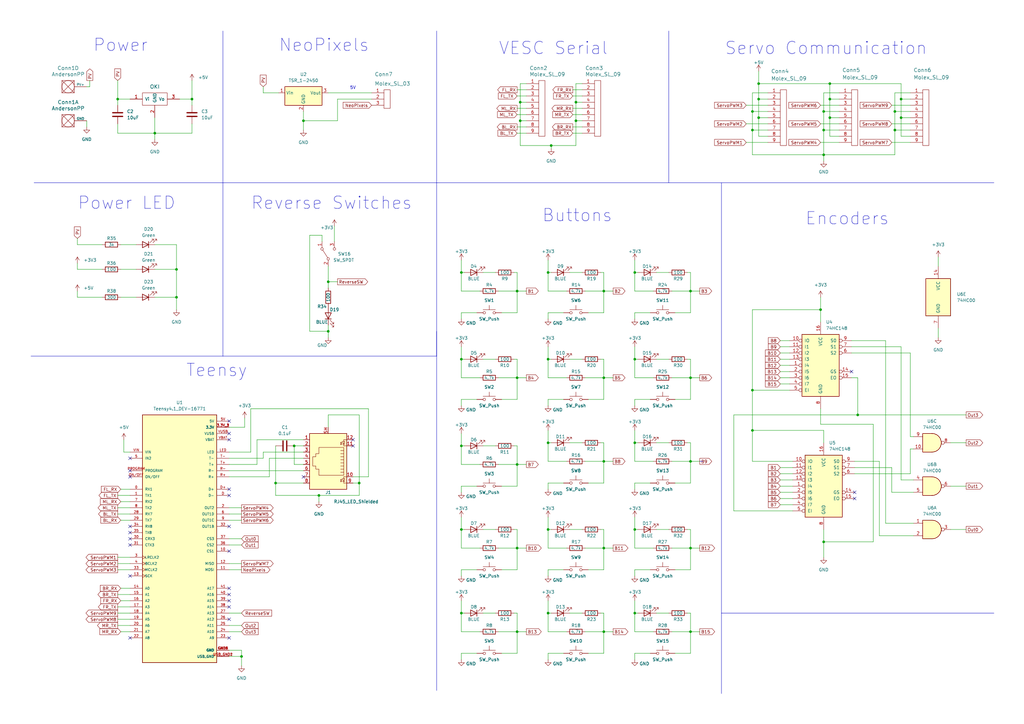
<source format=kicad_sch>
(kicad_sch (version 20230121) (generator eeschema)
  (paper "A3")
  (junction (at 130.81 203.2))
  (junction (at 340.36 40.64))
  (junction (at 260.35 217.17))
  (junction (at 147.32 198.12))
  (junction (at 337.82 222.25))
  (junction (at 134.62 115.57))
  (junction (at 308.61 176.53))
  (junction (at 247.65 224.79))
  (junction (at 337.82 63.5))
  (junction (at 351.79 170.18))
  (junction (at 337.82 53.34))
  (junction (at 336.55 127))
  (junction (at 224.79 181.61))
  (junction (at 224.79 217.17))
  (junction (at 283.21 154.94))
  (junction (at 247.65 189.23))
  (junction (at 72.39 110.49))
  (junction (at 308.61 160.02))
  (junction (at 189.23 251.46))
  (junction (at 308.61 45.72))
  (junction (at 260.35 181.61))
  (junction (at 260.35 147.32))
  (junction (at 283.21 259.08))
  (junction (at 189.23 111.76))
  (junction (at 224.79 251.46))
  (junction (at 63.5 54.61))
  (junction (at 308.61 53.34))
  (junction (at 369.57 40.64))
  (junction (at 212.09 154.94))
  (junction (at 134.62 135.89))
  (junction (at 212.09 224.79))
  (junction (at 189.23 147.32))
  (junction (at 78.74 40.64))
  (junction (at 247.65 119.38))
  (junction (at 340.36 48.26))
  (junction (at 212.09 119.38))
  (junction (at 72.39 121.92))
  (junction (at 213.36 41.91))
  (junction (at 212.09 190.5))
  (junction (at 283.21 189.23))
  (junction (at 213.36 49.53))
  (junction (at 369.57 48.26))
  (junction (at 48.26 40.64))
  (junction (at 212.09 259.08))
  (junction (at 224.79 111.76))
  (junction (at 124.46 49.53))
  (junction (at 226.06 59.69))
  (junction (at 120.65 182.88))
  (junction (at 283.21 119.38))
  (junction (at 340.36 34.29))
  (junction (at 99.06 269.24))
  (junction (at 189.23 182.88))
  (junction (at 367.03 53.34))
  (junction (at 247.65 259.08))
  (junction (at 224.79 147.32))
  (junction (at 311.15 48.26))
  (junction (at 311.15 34.29))
  (junction (at 189.23 217.17))
  (junction (at 311.15 40.64))
  (junction (at 247.65 154.94))
  (junction (at 260.35 111.76))
  (junction (at 260.35 251.46))
  (junction (at 367.03 45.72))
  (junction (at 337.82 45.72))
  (junction (at 283.21 224.79))
  (junction (at 113.03 198.12))
  (junction (at 236.22 49.53))
  (junction (at 236.22 41.91))
  (no_connect (at 53.34 220.98))
  (no_connect (at 93.98 248.92))
  (no_connect (at 93.98 246.38))
  (no_connect (at 53.34 215.9))
  (no_connect (at 93.98 177.8))
  (no_connect (at 53.34 187.96))
  (no_connect (at 93.98 254))
  (no_connect (at 93.98 203.2))
  (no_connect (at 53.34 195.58))
  (no_connect (at 350.52 204.47))
  (no_connect (at 93.98 215.9))
  (no_connect (at 93.98 200.66))
  (no_connect (at 53.34 218.44))
  (no_connect (at 144.78 182.88))
  (no_connect (at 53.34 261.62))
  (no_connect (at 53.34 193.04))
  (no_connect (at 93.98 226.06))
  (no_connect (at 93.98 261.62))
  (no_connect (at 349.25 152.4))
  (no_connect (at 350.52 201.93))
  (no_connect (at 124.46 195.58))
  (no_connect (at 53.34 223.52))
  (no_connect (at 93.98 172.72))
  (no_connect (at 93.98 180.34))
  (no_connect (at 53.34 236.22))
  (no_connect (at 93.98 241.3))
  (no_connect (at 93.98 243.84))
  (no_connect (at 144.78 180.34))
  (wire (pts (xy 260.35 233.68) (xy 266.7 233.68)))
  (wire (pts (xy 260.35 251.46) (xy 260.35 259.08)))
  (wire (pts (xy 260.35 106.68) (xy 260.35 111.76)))
  (wire (pts (xy 336.55 121.92) (xy 336.55 127)))
  (wire (pts (xy 113.03 182.88) (xy 113.03 198.12)))
  (wire (pts (xy 373.38 184.15) (xy 374.65 184.15)))
  (wire (pts (xy 269.24 251.46) (xy 274.32 251.46)))
  (wire (pts (xy 224.79 233.68) (xy 231.14 233.68)))
  (wire (pts (xy 224.79 270.51) (xy 224.79 267.97)))
  (wire (pts (xy 204.47 154.94) (xy 212.09 154.94)))
  (wire (pts (xy 247.65 111.76) (xy 247.65 119.38)))
  (wire (pts (xy 369.57 196.85) (xy 374.65 196.85)))
  (wire (pts (xy 241.3 267.97) (xy 247.65 267.97)))
  (wire (pts (xy 48.26 243.84) (xy 53.34 243.84)))
  (wire (pts (xy 134.62 133.35) (xy 134.62 135.89)))
  (wire (pts (xy 93.98 223.52) (xy 99.06 223.52)))
  (wire (pts (xy 144.78 195.58) (xy 151.13 195.58)))
  (wire (pts (xy 283.21 267.97) (xy 283.21 259.08)))
  (wire (pts (xy 269.24 181.61) (xy 274.32 181.61)))
  (wire (pts (xy 234.95 52.07) (xy 238.76 52.07)))
  (wire (pts (xy 320.04 144.78) (xy 323.85 144.78)))
  (wire (pts (xy 72.39 110.49) (xy 72.39 121.92)))
  (wire (pts (xy 212.09 111.76) (xy 212.09 119.38)))
  (wire (pts (xy 320.04 139.7) (xy 323.85 139.7)))
  (wire (pts (xy 210.82 182.88) (xy 212.09 182.88)))
  (wire (pts (xy 260.35 217.17) (xy 261.62 217.17)))
  (wire (pts (xy 49.53 121.92) (xy 55.88 121.92)))
  (wire (pts (xy 93.98 256.54) (xy 99.06 256.54)))
  (wire (pts (xy 48.26 208.28) (xy 53.34 208.28)))
  (wire (pts (xy 212.09 154.94) (xy 215.9 154.94)))
  (wire (pts (xy 204.47 190.5) (xy 212.09 190.5)))
  (wire (pts (xy 350.52 189.23) (xy 360.68 189.23)))
  (wire (pts (xy 134.62 170.18) (xy 134.62 175.26)))
  (wire (pts (xy 365.76 58.42) (xy 373.38 58.42)))
  (wire (pts (xy 340.36 40.64) (xy 340.36 48.26)))
  (wire (pts (xy 260.35 176.53) (xy 260.35 181.61)))
  (wire (pts (xy 308.61 160.02) (xy 308.61 176.53)))
  (wire (pts (xy 49.53 213.36) (xy 53.34 213.36)))
  (wire (pts (xy 336.55 58.42) (xy 344.17 58.42)))
  (polyline (pts (xy 274.32 12.7) (xy 274.32 74.93)))
  (polyline (pts (xy 274.32 74.93) (xy 407.67 74.93)))
  (wire (pts (xy 246.38 147.32) (xy 247.65 147.32)))
  (wire (pts (xy 337.82 222.25) (xy 337.82 228.6)))
  (wire (pts (xy 233.68 147.32) (xy 238.76 147.32)))
  (wire (pts (xy 283.21 128.27) (xy 283.21 119.38)))
  (wire (pts (xy 212.09 267.97) (xy 212.09 259.08)))
  (wire (pts (xy 337.82 63.5) (xy 367.03 63.5)))
  (wire (pts (xy 212.09 199.39) (xy 212.09 190.5)))
  (polyline (pts (xy 295.91 251.46) (xy 407.67 251.46)))
  (wire (pts (xy 247.65 233.68) (xy 247.65 224.79)))
  (wire (pts (xy 63.5 54.61) (xy 63.5 57.15)))
  (wire (pts (xy 337.82 53.34) (xy 344.17 53.34)))
  (wire (pts (xy 283.21 147.32) (xy 283.21 154.94)))
  (wire (pts (xy 110.49 187.96) (xy 110.49 195.58)))
  (wire (pts (xy 93.98 208.28) (xy 99.06 208.28)))
  (wire (pts (xy 260.35 154.94) (xy 267.97 154.94)))
  (wire (pts (xy 260.35 246.38) (xy 260.35 251.46)))
  (wire (pts (xy 107.95 187.96) (xy 107.95 185.42)))
  (wire (pts (xy 189.23 217.17) (xy 190.5 217.17)))
  (wire (pts (xy 240.03 224.79) (xy 247.65 224.79)))
  (wire (pts (xy 336.55 127) (xy 308.61 127)))
  (wire (pts (xy 360.68 219.71) (xy 374.65 219.71)))
  (wire (pts (xy 134.62 109.22) (xy 134.62 115.57)))
  (wire (pts (xy 283.21 111.76) (xy 283.21 119.38)))
  (wire (pts (xy 351.79 170.18) (xy 396.24 170.18)))
  (wire (pts (xy 311.15 40.64) (xy 311.15 48.26)))
  (wire (pts (xy 212.09 259.08) (xy 215.9 259.08)))
  (wire (pts (xy 198.12 251.46) (xy 203.2 251.46)))
  (wire (pts (xy 213.36 34.29) (xy 215.9 34.29)))
  (wire (pts (xy 189.23 259.08) (xy 196.85 259.08)))
  (wire (pts (xy 105.41 180.34) (xy 105.41 190.5)))
  (wire (pts (xy 189.23 270.51) (xy 189.23 267.97)))
  (wire (pts (xy 93.98 187.96) (xy 107.95 187.96)))
  (wire (pts (xy 269.24 147.32) (xy 274.32 147.32)))
  (wire (pts (xy 224.79 217.17) (xy 224.79 224.79)))
  (wire (pts (xy 189.23 177.8) (xy 189.23 182.88)))
  (wire (pts (xy 189.23 251.46) (xy 190.5 251.46)))
  (wire (pts (xy 31.75 110.49) (xy 31.75 107.95)))
  (wire (pts (xy 120.65 190.5) (xy 120.65 182.88)))
  (wire (pts (xy 236.22 41.91) (xy 236.22 49.53)))
  (wire (pts (xy 344.17 55.88) (xy 340.36 55.88)))
  (wire (pts (xy 210.82 251.46) (xy 212.09 251.46)))
  (wire (pts (xy 349.25 139.7) (xy 363.22 139.7)))
  (wire (pts (xy 189.23 106.68) (xy 189.23 111.76)))
  (polyline (pts (xy 179.07 74.93) (xy 274.32 74.93)))
  (wire (pts (xy 373.38 144.78) (xy 373.38 179.07)))
  (wire (pts (xy 138.43 40.64) (xy 138.43 49.53)))
  (wire (pts (xy 113.03 203.2) (xy 130.81 203.2)))
  (wire (pts (xy 260.35 251.46) (xy 261.62 251.46)))
  (wire (pts (xy 212.09 52.07) (xy 215.9 52.07)))
  (wire (pts (xy 311.15 48.26) (xy 311.15 55.88)))
  (wire (pts (xy 260.35 236.22) (xy 260.35 233.68)))
  (wire (pts (xy 48.26 210.82) (xy 53.34 210.82)))
  (wire (pts (xy 247.65 224.79) (xy 251.46 224.79)))
  (wire (pts (xy 365.76 201.93) (xy 374.65 201.93)))
  (polyline (pts (xy 295.91 251.46) (xy 295.91 284.48)))
  (wire (pts (xy 144.78 198.12) (xy 147.32 198.12)))
  (wire (pts (xy 281.94 251.46) (xy 283.21 251.46)))
  (wire (pts (xy 336.55 167.64) (xy 336.55 173.99)))
  (wire (pts (xy 198.12 111.76) (xy 203.2 111.76)))
  (wire (pts (xy 308.61 53.34) (xy 308.61 63.5)))
  (wire (pts (xy 49.53 205.74) (xy 53.34 205.74)))
  (wire (pts (xy 260.35 212.09) (xy 260.35 217.17)))
  (wire (pts (xy 234.95 44.45) (xy 238.76 44.45)))
  (wire (pts (xy 308.61 189.23) (xy 325.12 189.23)))
  (wire (pts (xy 367.03 45.72) (xy 373.38 45.72)))
  (wire (pts (xy 260.35 147.32) (xy 261.62 147.32)))
  (wire (pts (xy 367.03 38.1) (xy 367.03 45.72)))
  (wire (pts (xy 93.98 220.98) (xy 99.06 220.98)))
  (wire (pts (xy 212.09 46.99) (xy 215.9 46.99)))
  (wire (pts (xy 134.62 115.57) (xy 134.62 118.11)))
  (wire (pts (xy 147.32 198.12) (xy 147.32 203.2)))
  (wire (pts (xy 212.09 251.46) (xy 212.09 259.08)))
  (wire (pts (xy 260.35 267.97) (xy 266.7 267.97)))
  (wire (pts (xy 300.99 170.18) (xy 351.79 170.18)))
  (wire (pts (xy 49.53 110.49) (xy 55.88 110.49)))
  (wire (pts (xy 260.35 181.61) (xy 261.62 181.61)))
  (wire (pts (xy 260.35 163.83) (xy 266.7 163.83)))
  (wire (pts (xy 213.36 34.29) (xy 213.36 41.91)))
  (wire (pts (xy 234.95 54.61) (xy 238.76 54.61)))
  (wire (pts (xy 93.98 259.08) (xy 99.06 259.08)))
  (wire (pts (xy 210.82 147.32) (xy 212.09 147.32)))
  (wire (pts (xy 306.07 43.18) (xy 314.96 43.18)))
  (wire (pts (xy 212.09 39.37) (xy 215.9 39.37)))
  (wire (pts (xy 349.25 144.78) (xy 373.38 144.78)))
  (wire (pts (xy 241.3 198.12) (xy 247.65 198.12)))
  (wire (pts (xy 269.24 111.76) (xy 274.32 111.76)))
  (wire (pts (xy 78.74 40.64) (xy 78.74 43.18)))
  (wire (pts (xy 337.82 53.34) (xy 337.82 63.5)))
  (wire (pts (xy 283.21 181.61) (xy 283.21 189.23)))
  (wire (pts (xy 189.23 251.46) (xy 189.23 259.08)))
  (wire (pts (xy 260.35 142.24) (xy 260.35 147.32)))
  (wire (pts (xy 308.61 160.02) (xy 323.85 160.02)))
  (wire (pts (xy 236.22 49.53) (xy 238.76 49.53)))
  (wire (pts (xy 233.68 111.76) (xy 238.76 111.76)))
  (wire (pts (xy 363.22 139.7) (xy 363.22 214.63)))
  (wire (pts (xy 260.35 198.12) (xy 266.7 198.12)))
  (wire (pts (xy 281.94 181.61) (xy 283.21 181.61)))
  (wire (pts (xy 224.79 176.53) (xy 224.79 181.61)))
  (wire (pts (xy 48.26 254) (xy 53.34 254)))
  (wire (pts (xy 224.79 147.32) (xy 226.06 147.32)))
  (wire (pts (xy 147.32 170.18) (xy 147.32 198.12)))
  (wire (pts (xy 48.26 231.14) (xy 53.34 231.14)))
  (wire (pts (xy 189.23 147.32) (xy 190.5 147.32)))
  (wire (pts (xy 49.53 100.33) (xy 55.88 100.33)))
  (wire (pts (xy 236.22 41.91) (xy 238.76 41.91)))
  (wire (pts (xy 336.55 50.8) (xy 344.17 50.8)))
  (wire (pts (xy 320.04 204.47) (xy 325.12 204.47)))
  (wire (pts (xy 300.99 170.18) (xy 300.99 209.55)))
  (wire (pts (xy 275.59 154.94) (xy 283.21 154.94)))
  (wire (pts (xy 275.59 259.08) (xy 283.21 259.08)))
  (wire (pts (xy 205.74 233.68) (xy 212.09 233.68)))
  (wire (pts (xy 240.03 189.23) (xy 247.65 189.23)))
  (wire (pts (xy 31.75 121.92) (xy 31.75 119.38)))
  (wire (pts (xy 260.35 128.27) (xy 266.7 128.27)))
  (wire (pts (xy 340.36 48.26) (xy 340.36 55.88)))
  (wire (pts (xy 212.09 128.27) (xy 212.09 119.38)))
  (wire (pts (xy 224.79 111.76) (xy 224.79 119.38)))
  (wire (pts (xy 247.65 251.46) (xy 247.65 259.08)))
  (wire (pts (xy 224.79 128.27) (xy 231.14 128.27)))
  (wire (pts (xy 189.23 182.88) (xy 190.5 182.88)))
  (wire (pts (xy 320.04 154.94) (xy 323.85 154.94)))
  (wire (pts (xy 367.03 53.34) (xy 367.03 63.5)))
  (wire (pts (xy 337.82 45.72) (xy 337.82 53.34)))
  (wire (pts (xy 276.86 198.12) (xy 283.21 198.12)))
  (wire (pts (xy 49.53 246.38) (xy 53.34 246.38)))
  (wire (pts (xy 41.91 121.92) (xy 31.75 121.92)))
  (wire (pts (xy 224.79 166.37) (xy 224.79 163.83)))
  (wire (pts (xy 189.23 182.88) (xy 189.23 190.5)))
  (wire (pts (xy 93.98 269.24) (xy 99.06 269.24)))
  (wire (pts (xy 73.66 40.64) (xy 78.74 40.64)))
  (wire (pts (xy 283.21 119.38) (xy 287.02 119.38)))
  (wire (pts (xy 369.57 34.29) (xy 369.57 40.64)))
  (wire (pts (xy 107.95 185.42) (xy 124.46 185.42)))
  (wire (pts (xy 247.65 267.97) (xy 247.65 259.08)))
  (wire (pts (xy 224.79 181.61) (xy 224.79 189.23)))
  (wire (pts (xy 134.62 138.43) (xy 134.62 135.89)))
  (wire (pts (xy 340.36 34.29) (xy 340.36 40.64)))
  (wire (pts (xy 189.23 236.22) (xy 189.23 233.68)))
  (wire (pts (xy 308.61 127) (xy 308.61 160.02)))
  (wire (pts (xy 260.35 217.17) (xy 260.35 224.79)))
  (wire (pts (xy 189.23 233.68) (xy 195.58 233.68)))
  (wire (pts (xy 349.25 142.24) (xy 369.57 142.24)))
  (wire (pts (xy 93.98 193.04) (xy 124.46 193.04)))
  (wire (pts (xy 260.35 224.79) (xy 267.97 224.79)))
  (wire (pts (xy 93.98 210.82) (xy 99.06 210.82)))
  (polyline (pts (xy 287.02 189.23) (xy 288.29 189.23)))
  (wire (pts (xy 369.57 40.64) (xy 373.38 40.64)))
  (wire (pts (xy 358.14 173.99) (xy 358.14 222.25)))
  (wire (pts (xy 127 96.52) (xy 127 135.89)))
  (wire (pts (xy 107.95 38.1) (xy 114.3 38.1)))
  (wire (pts (xy 246.38 111.76) (xy 247.65 111.76)))
  (wire (pts (xy 49.53 241.3) (xy 53.34 241.3)))
  (wire (pts (xy 241.3 233.68) (xy 247.65 233.68)))
  (wire (pts (xy 281.94 217.17) (xy 283.21 217.17)))
  (wire (pts (xy 260.35 181.61) (xy 260.35 189.23)))
  (wire (pts (xy 260.35 111.76) (xy 260.35 119.38)))
  (wire (pts (xy 320.04 201.93) (xy 325.12 201.93)))
  (wire (pts (xy 260.35 166.37) (xy 260.35 163.83)))
  (polyline (pts (xy 179.07 12.7) (xy 179.07 74.93)))
  (wire (pts (xy 189.23 142.24) (xy 189.23 147.32)))
  (wire (pts (xy 138.43 40.64) (xy 152.4 40.64)))
  (wire (pts (xy 204.47 224.79) (xy 212.09 224.79)))
  (wire (pts (xy 283.21 217.17) (xy 283.21 224.79)))
  (wire (pts (xy 276.86 267.97) (xy 283.21 267.97)))
  (wire (pts (xy 260.35 270.51) (xy 260.35 267.97)))
  (wire (pts (xy 311.15 34.29) (xy 340.36 34.29)))
  (wire (pts (xy 260.35 259.08) (xy 267.97 259.08)))
  (wire (pts (xy 369.57 40.64) (xy 369.57 48.26)))
  (wire (pts (xy 246.38 251.46) (xy 247.65 251.46)))
  (wire (pts (xy 134.62 38.1) (xy 152.4 38.1)))
  (wire (pts (xy 212.09 36.83) (xy 215.9 36.83)))
  (wire (pts (xy 78.74 40.64) (xy 78.74 33.02)))
  (wire (pts (xy 224.79 246.38) (xy 224.79 251.46)))
  (wire (pts (xy 93.98 251.46) (xy 99.06 251.46)))
  (wire (pts (xy 189.23 199.39) (xy 195.58 199.39)))
  (wire (pts (xy 236.22 34.29) (xy 236.22 41.91)))
  (wire (pts (xy 224.79 147.32) (xy 224.79 154.94)))
  (wire (pts (xy 48.26 248.92) (xy 53.34 248.92)))
  (wire (pts (xy 210.82 111.76) (xy 212.09 111.76)))
  (wire (pts (xy 233.68 251.46) (xy 238.76 251.46)))
  (wire (pts (xy 369.57 55.88) (xy 373.38 55.88)))
  (wire (pts (xy 337.82 38.1) (xy 337.82 45.72)))
  (wire (pts (xy 99.06 269.24) (xy 99.06 273.05)))
  (wire (pts (xy 247.65 147.32) (xy 247.65 154.94)))
  (wire (pts (xy 198.12 147.32) (xy 203.2 147.32)))
  (wire (pts (xy 360.68 189.23) (xy 360.68 219.71)))
  (wire (pts (xy 224.79 130.81) (xy 224.79 128.27)))
  (wire (pts (xy 134.62 135.89) (xy 127 135.89)))
  (polyline (pts (xy 91.44 146.05) (xy 179.07 146.05)))
  (wire (pts (xy 212.09 182.88) (xy 212.09 190.5)))
  (wire (pts (xy 224.79 181.61) (xy 226.06 181.61)))
  (wire (pts (xy 189.23 119.38) (xy 196.85 119.38)))
  (wire (pts (xy 236.22 49.53) (xy 236.22 59.69)))
  (wire (pts (xy 363.22 214.63) (xy 374.65 214.63)))
  (wire (pts (xy 308.61 176.53) (xy 337.82 176.53)))
  (wire (pts (xy 247.65 181.61) (xy 247.65 189.23)))
  (wire (pts (xy 189.23 190.5) (xy 196.85 190.5)))
  (wire (pts (xy 283.21 224.79) (xy 287.02 224.79)))
  (polyline (pts (xy 179.07 146.05) (xy 179.07 135.89)))
  (wire (pts (xy 224.79 224.79) (xy 232.41 224.79)))
  (wire (pts (xy 138.43 115.57) (xy 134.62 115.57)))
  (wire (pts (xy 247.65 163.83) (xy 247.65 154.94)))
  (wire (pts (xy 351.79 154.94) (xy 351.79 170.18)))
  (wire (pts (xy 124.46 187.96) (xy 110.49 187.96)))
  (wire (pts (xy 63.5 121.92) (xy 72.39 121.92)))
  (wire (pts (xy 308.61 45.72) (xy 308.61 53.34)))
  (wire (pts (xy 213.36 49.53) (xy 213.36 59.69)))
  (wire (pts (xy 283.21 189.23) (xy 287.02 189.23)))
  (wire (pts (xy 260.35 147.32) (xy 260.35 154.94)))
  (wire (pts (xy 234.95 46.99) (xy 238.76 46.99)))
  (wire (pts (xy 151.13 167.64) (xy 151.13 195.58)))
  (wire (pts (xy 205.74 199.39) (xy 212.09 199.39)))
  (wire (pts (xy 224.79 111.76) (xy 226.06 111.76)))
  (wire (pts (xy 283.21 163.83) (xy 283.21 154.94)))
  (wire (pts (xy 246.38 181.61) (xy 247.65 181.61)))
  (wire (pts (xy 63.5 100.33) (xy 72.39 100.33)))
  (wire (pts (xy 241.3 128.27) (xy 247.65 128.27)))
  (wire (pts (xy 367.03 45.72) (xy 367.03 53.34)))
  (wire (pts (xy 48.26 40.64) (xy 53.34 40.64)))
  (wire (pts (xy 369.57 142.24) (xy 369.57 196.85)))
  (wire (pts (xy 275.59 224.79) (xy 283.21 224.79)))
  (wire (pts (xy 247.65 198.12) (xy 247.65 189.23)))
  (wire (pts (xy 53.34 185.42) (xy 50.8 185.42)))
  (wire (pts (xy 224.79 217.17) (xy 226.06 217.17)))
  (wire (pts (xy 247.65 189.23) (xy 251.46 189.23)))
  (wire (pts (xy 276.86 128.27) (xy 283.21 128.27)))
  (wire (pts (xy 93.98 233.68) (xy 99.06 233.68)))
  (wire (pts (xy 337.82 63.5) (xy 337.82 66.04)))
  (wire (pts (xy 320.04 142.24) (xy 323.85 142.24)))
  (wire (pts (xy 224.79 259.08) (xy 232.41 259.08)))
  (wire (pts (xy 283.21 198.12) (xy 283.21 189.23)))
  (wire (pts (xy 72.39 121.92) (xy 72.39 127)))
  (wire (pts (xy 337.82 217.17) (xy 337.82 222.25)))
  (wire (pts (xy 373.38 194.31) (xy 373.38 184.15)))
  (wire (pts (xy 93.98 231.14) (xy 99.06 231.14)))
  (wire (pts (xy 365.76 43.18) (xy 373.38 43.18)))
  (wire (pts (xy 320.04 207.01) (xy 325.12 207.01)))
  (wire (pts (xy 224.79 267.97) (xy 231.14 267.97)))
  (wire (pts (xy 127 96.52) (xy 132.08 96.52)))
  (wire (pts (xy 281.94 111.76) (xy 283.21 111.76)))
  (wire (pts (xy 124.46 45.72) (xy 124.46 49.53)))
  (wire (pts (xy 224.79 189.23) (xy 232.41 189.23)))
  (wire (pts (xy 204.47 259.08) (xy 212.09 259.08)))
  (wire (pts (xy 212.09 119.38) (xy 215.9 119.38)))
  (wire (pts (xy 260.35 189.23) (xy 267.97 189.23)))
  (wire (pts (xy 384.81 134.62) (xy 384.81 138.43)))
  (wire (pts (xy 224.79 251.46) (xy 224.79 259.08)))
  (wire (pts (xy 336.55 127) (xy 336.55 132.08)))
  (wire (pts (xy 350.52 191.77) (xy 365.76 191.77)))
  (wire (pts (xy 36.83 33.02) (xy 36.83 35.56)))
  (wire (pts (xy 311.15 34.29) (xy 311.15 40.64)))
  (wire (pts (xy 99.06 266.7) (xy 99.06 269.24)))
  (wire (pts (xy 48.26 228.6) (xy 53.34 228.6)))
  (wire (pts (xy 337.82 38.1) (xy 344.17 38.1)))
  (wire (pts (xy 311.15 48.26) (xy 314.96 48.26)))
  (wire (pts (xy 48.26 50.8) (xy 48.26 54.61)))
  (wire (pts (xy 260.35 130.81) (xy 260.35 128.27)))
  (wire (pts (xy 336.55 173.99) (xy 358.14 173.99)))
  (wire (pts (xy 373.38 38.1) (xy 367.03 38.1)))
  (wire (pts (xy 124.46 190.5) (xy 120.65 190.5)))
  (wire (pts (xy 224.79 198.12) (xy 231.14 198.12)))
  (wire (pts (xy 351.79 154.94) (xy 349.25 154.94)))
  (wire (pts (xy 189.23 217.17) (xy 189.23 224.79)))
  (wire (pts (xy 100.33 171.45) (xy 100.33 175.26)))
  (wire (pts (xy 238.76 34.29) (xy 236.22 34.29)))
  (wire (pts (xy 210.82 217.17) (xy 212.09 217.17)))
  (wire (pts (xy 49.53 259.08) (xy 53.34 259.08)))
  (wire (pts (xy 224.79 119.38) (xy 232.41 119.38)))
  (wire (pts (xy 35.56 49.53) (xy 35.56 52.07)))
  (wire (pts (xy 48.26 40.64) (xy 48.26 43.18)))
  (polyline (pts (xy 91.44 12.7) (xy 91.44 74.93)))
  (wire (pts (xy 369.57 48.26) (xy 373.38 48.26)))
  (wire (pts (xy 365.76 50.8) (xy 373.38 50.8)))
  (wire (pts (xy 373.38 179.07) (xy 374.65 179.07)))
  (wire (pts (xy 212.09 147.32) (xy 212.09 154.94)))
  (wire (pts (xy 63.5 110.49) (xy 72.39 110.49)))
  (wire (pts (xy 72.39 100.33) (xy 72.39 110.49)))
  (wire (pts (xy 224.79 251.46) (xy 226.06 251.46)))
  (wire (pts (xy 205.74 267.97) (xy 212.09 267.97)))
  (wire (pts (xy 240.03 119.38) (xy 247.65 119.38)))
  (wire (pts (xy 337.82 176.53) (xy 337.82 181.61)))
  (wire (pts (xy 132.08 96.52) (xy 132.08 99.06)))
  (wire (pts (xy 306.07 50.8) (xy 314.96 50.8)))
  (wire (pts (xy 189.23 163.83) (xy 195.58 163.83)))
  (wire (pts (xy 49.53 200.66) (xy 53.34 200.66)))
  (wire (pts (xy 233.68 217.17) (xy 238.76 217.17)))
  (wire (pts (xy 340.36 48.26) (xy 344.17 48.26)))
  (wire (pts (xy 320.04 191.77) (xy 325.12 191.77)))
  (wire (pts (xy 308.61 45.72) (xy 314.96 45.72)))
  (wire (pts (xy 93.98 185.42) (xy 102.87 185.42)))
  (wire (pts (xy 233.68 181.61) (xy 238.76 181.61)))
  (wire (pts (xy 198.12 217.17) (xy 203.2 217.17)))
  (wire (pts (xy 189.23 201.93) (xy 189.23 199.39)))
  (wire (pts (xy 283.21 251.46) (xy 283.21 259.08)))
  (wire (pts (xy 240.03 259.08) (xy 247.65 259.08)))
  (wire (pts (xy 31.75 110.49) (xy 41.91 110.49)))
  (wire (pts (xy 320.04 194.31) (xy 325.12 194.31)))
  (wire (pts (xy 93.98 266.7) (xy 99.06 266.7)))
  (wire (pts (xy 340.36 34.29) (xy 369.57 34.29)))
  (wire (pts (xy 36.83 35.56) (xy 35.56 35.56)))
  (wire (pts (xy 213.36 59.69) (xy 226.06 59.69)))
  (wire (pts (xy 320.04 157.48) (xy 323.85 157.48)))
  (wire (pts (xy 308.61 63.5) (xy 337.82 63.5)))
  (wire (pts (xy 99.06 213.36) (xy 93.98 213.36)))
  (wire (pts (xy 224.79 163.83) (xy 231.14 163.83)))
  (wire (pts (xy 365.76 191.77) (xy 365.76 201.93)))
  (wire (pts (xy 300.99 209.55) (xy 325.12 209.55)))
  (wire (pts (xy 314.96 38.1) (xy 308.61 38.1)))
  (wire (pts (xy 224.79 154.94) (xy 232.41 154.94)))
  (wire (pts (xy 224.79 142.24) (xy 224.79 147.32)))
  (wire (pts (xy 260.35 200.66) (xy 260.35 198.12)))
  (wire (pts (xy 337.82 45.72) (xy 344.17 45.72)))
  (wire (pts (xy 320.04 152.4) (xy 323.85 152.4)))
  (wire (pts (xy 247.65 128.27) (xy 247.65 119.38)))
  (wire (pts (xy 320.04 196.85) (xy 325.12 196.85)))
  (wire (pts (xy 389.89 217.17) (xy 396.24 217.17)))
  (wire (pts (xy 124.46 180.34) (xy 105.41 180.34)))
  (wire (pts (xy 308.61 176.53) (xy 308.61 189.23)))
  (wire (pts (xy 31.75 100.33) (xy 41.91 100.33)))
  (wire (pts (xy 226.06 60.96) (xy 226.06 59.69)))
  (polyline (pts (xy 179.07 146.05) (xy 179.07 74.93)))
  (wire (pts (xy 213.36 41.91) (xy 215.9 41.91)))
  (wire (pts (xy 198.12 182.88) (xy 203.2 182.88)))
  (wire (pts (xy 367.03 53.34) (xy 373.38 53.34)))
  (wire (pts (xy 78.74 50.8) (xy 78.74 54.61)))
  (wire (pts (xy 50.8 185.42) (xy 50.8 180.34)))
  (wire (pts (xy 124.46 49.53) (xy 124.46 53.34)))
  (wire (pts (xy 130.81 203.2) (xy 130.81 205.74)))
  (wire (pts (xy 340.36 40.64) (xy 344.17 40.64)))
  (wire (pts (xy 213.36 49.53) (xy 215.9 49.53)))
  (wire (pts (xy 189.23 166.37) (xy 189.23 163.83)))
  (wire (pts (xy 384.81 105.41) (xy 384.81 109.22)))
  (wire (pts (xy 247.65 119.38) (xy 251.46 119.38)))
  (wire (pts (xy 308.61 53.34) (xy 314.96 53.34)))
  (wire (pts (xy 63.5 48.26) (xy 63.5 54.61)))
  (wire (pts (xy 275.59 189.23) (xy 283.21 189.23)))
  (wire (pts (xy 134.62 170.18) (xy 147.32 170.18)))
  (wire (pts (xy 212.09 217.17) (xy 212.09 224.79)))
  (wire (pts (xy 306.07 58.42) (xy 314.96 58.42)))
  (wire (pts (xy 224.79 200.66) (xy 224.79 198.12)))
  (wire (pts (xy 113.03 198.12) (xy 113.03 203.2)))
  (wire (pts (xy 107.95 35.56) (xy 107.95 38.1)))
  (wire (pts (xy 212.09 163.83) (xy 212.09 154.94)))
  (wire (pts (xy 224.79 212.09) (xy 224.79 217.17)))
  (wire (pts (xy 212.09 190.5) (xy 215.9 190.5)))
  (wire (pts (xy 389.89 199.39) (xy 396.24 199.39)))
  (wire (pts (xy 48.26 203.2) (xy 53.34 203.2)))
  (wire (pts (xy 212.09 44.45) (xy 215.9 44.45)))
  (wire (pts (xy 189.23 267.97) (xy 195.58 267.97)))
  (wire (pts (xy 275.59 119.38) (xy 283.21 119.38)))
  (wire (pts (xy 130.81 203.2) (xy 147.32 203.2)))
  (polyline (pts (xy 13.97 74.93) (xy 91.44 74.93)))
  (wire (pts (xy 110.49 195.58) (xy 93.98 195.58)))
  (wire (pts (xy 226.06 59.69) (xy 236.22 59.69)))
  (wire (pts (xy 213.36 41.91) (xy 213.36 49.53)))
  (polyline (pts (xy 12.7 146.05) (xy 91.44 146.05)))
  (wire (pts (xy 189.23 246.38) (xy 189.23 251.46)))
  (wire (pts (xy 260.35 119.38) (xy 267.97 119.38)))
  (wire (pts (xy 105.41 190.5) (xy 93.98 190.5)))
  (wire (pts (xy 137.16 92.71) (xy 137.16 99.06)))
  (wire (pts (xy 283.21 259.08) (xy 287.02 259.08)))
  (wire (pts (xy 189.23 128.27) (xy 195.58 128.27)))
  (wire (pts (xy 276.86 163.83) (xy 283.21 163.83)))
  (wire (pts (xy 48.26 233.68) (xy 53.34 233.68)))
  (wire (pts (xy 247.65 154.94) (xy 251.46 154.94)))
  (wire (pts (xy 212.09 224.79) (xy 215.9 224.79)))
  (wire (pts (xy 234.95 39.37) (xy 238.76 39.37)))
  (wire (pts (xy 311.15 55.88) (xy 314.96 55.88)))
  (wire (pts (xy 189.23 147.32) (xy 189.23 154.94)))
  (wire (pts (xy 260.35 111.76) (xy 261.62 111.76)))
  (wire (pts (xy 48.26 54.61) (xy 63.5 54.61)))
  (wire (pts (xy 281.94 147.32) (xy 283.21 147.32)))
  (polyline (pts (xy 179.07 146.05) (xy 179.07 283.21)))
  (wire (pts (xy 48.26 33.02) (xy 48.26 40.64)))
  (wire (pts (xy 283.21 233.68) (xy 283.21 224.79)))
  (wire (pts (xy 224.79 236.22) (xy 224.79 233.68)))
  (wire (pts (xy 276.86 233.68) (xy 283.21 233.68)))
  (wire (pts (xy 120.65 182.88) (xy 124.46 182.88)))
  (wire (pts (xy 350.52 194.31) (xy 373.38 194.31)))
  (wire (pts (xy 93.98 175.26) (xy 100.33 175.26)))
  (wire (pts (xy 311.15 40.64) (xy 314.96 40.64)))
  (wire (pts (xy 138.43 49.53) (xy 124.46 49.53)))
  (wire (pts (xy 113.03 198.12) (xy 124.46 198.12)))
  (wire (pts (xy 31.75 97.79) (xy 31.75 100.33)))
  (wire (pts (xy 320.04 147.32) (xy 323.85 147.32)))
  (wire (pts (xy 308.61 38.1) (xy 308.61 45.72)))
  (wire (pts (xy 212.09 233.68) (xy 212.09 224.79)))
  (wire (pts (xy 189.23 154.94) (xy 196.85 154.94)))
  (wire (pts (xy 369.57 48.26) (xy 369.57 55.88)))
  (wire (pts (xy 102.87 167.64) (xy 102.87 185.42)))
  (wire (pts (xy 151.13 167.64) (xy 102.87 167.64)))
  (wire (pts (xy 247.65 259.08) (xy 251.46 259.08)))
  (polyline (pts (xy 91.44 74.93) (xy 179.07 74.93)))
  (polyline (pts (xy 91.44 74.93) (xy 91.44 146.05)))
  (wire (pts (xy 311.15 29.21) (xy 311.15 34.29)))
  (wire (pts (xy 48.26 256.54) (xy 53.34 256.54)))
  (wire (pts (xy 336.55 43.18) (xy 344.17 43.18)))
  (wire (pts (xy 320.04 199.39) (xy 325.12 199.39)))
  (wire (pts (xy 205.74 163.83) (xy 212.09 163.83)))
  (wire (pts (xy 189.23 224.79) (xy 196.85 224.79)))
  (wire (pts (xy 241.3 163.83) (xy 247.65 163.83)))
  (wire (pts (xy 247.65 217.17) (xy 247.65 224.79)))
  (wire (pts (xy 48.26 251.46) (xy 53.34 251.46)))
  (wire (pts (xy 204.47 119.38) (xy 212.09 119.38)))
  (wire (pts (xy 189.23 111.76) (xy 190.5 111.76)))
  (wire (pts (xy 269.24 217.17) (xy 274.32 217.17)))
  (wire (pts (xy 212.09 54.61) (xy 215.9 54.61)))
  (wire (pts (xy 189.23 111.76) (xy 189.23 119.38)))
  (wire (pts (xy 205.74 128.27) (xy 212.09 128.27)))
  (wire (pts (xy 189.23 130.81) (xy 189.23 128.27)))
  (wire (pts (xy 240.03 154.94) (xy 247.65 154.94)))
  (polyline (pts (xy 295.91 74.93) (xy 295.91 251.46)))
  (wire (pts (xy 78.74 54.61) (xy 63.5 54.61)))
  (wire (pts (xy 358.14 222.25) (xy 337.82 222.25)))
  (wire (pts (xy 320.04 149.86) (xy 323.85 149.86)))
  (wire (pts (xy 246.38 217.17) (xy 247.65 217.17)))
  (wire (pts (xy 189.23 212.09) (xy 189.23 217.17)))
  (wire (pts (xy 283.21 154.94) (xy 287.02 154.94)))
  (wire (pts (xy 234.95 36.83) (xy 238.76 36.83)))
  (wire (pts (xy 389.89 181.61) (xy 396.24 181.61)))
  (wire (pts (xy 224.79 106.68) (xy 224.79 111.76)))
  (text "Teensy" (at 76.2 154.94 0) (effects (font (size 5.08 5.08)) (justify left bottom)))
  (text "Reverse Switches" (at 102.87 86.36 0) (effects (font (size 5.08 5.08)) (justify left bottom)))
  (text "NeoPixels" (at 114.3 21.59 0) (effects (font (size 5.08 5.08)) (justify left bottom)))
  (text "Power" (at 38.1 21.59 0) (effects (font (size 5.08 5.08)) (justify left bottom)))
  (text "5V" (at 143.51 36.83 0) (effects (font (size 1.27 1.27)) (justify left bottom)))
  (text "Buttons" (at 222.25 91.44 0) (effects (font (size 5.08 5.08)) (justify left bottom)))
  (text "Power LED" (at 31.75 86.36 0) (effects (font (size 5.08 5.08)) (justify left bottom)))
  (text "Servo Communication" (at 297.18 22.86 0) (effects (font (size 5.08 5.08)) (justify left bottom)))
  (text "Encoders" (at 330.2 92.71 0) (effects (font (size 5.08 5.08)) (justify left bottom)))
  (text "VESC Serial" (at 204.47 22.86 0) (effects (font (size 5.08 5.08)) (justify left bottom)))
  (global_label "B8" (shape input) (at 320.04 139.7 180) (property "Intersheetrefs" "${INTERSHEET_REFS}" (effects hide)))
  (global_label "ServoPWM6" (shape input) (at 336.55 43.18 180) (property "Intersheetrefs" "${INTERSHEET_REFS}" (effects hide)))
  (global_label "Out1" (shape output) (at 396.24 199.39 0) (property "Intersheetrefs" "${INTERSHEET_REFS}" (effects hide)))
  (global_label "BL_RX" (shape input) (at 49.53 213.36 180) (property "Intersheetrefs" "${INTERSHEET_REFS}" (effects hide)))
  (global_label "Out2" (shape output) (at 396.24 181.61 0) (property "Intersheetrefs" "${INTERSHEET_REFS}" (effects hide)))
  (global_label "PV" (shape input) (at 48.26 33.02 90) (property "Intersheetrefs" "${INTERSHEET_REFS}" (effects hide)))
  (global_label "PV" (shape input) (at 31.75 97.79 90) (property "Intersheetrefs" "${INTERSHEET_REFS}" (effects hide)))
  (global_label "NeoPixels" (shape output) (at 99.06 233.68 0) (property "Intersheetrefs" "${INTERSHEET_REFS}" (effects hide)))
  (global_label "B15" (shape input) (at 320.04 157.48 180) (property "Intersheetrefs" "${INTERSHEET_REFS}" (effects hide)))
  (global_label "ServoPWM1" (shape input) (at 306.07 58.42 180) (property "Intersheetrefs" "${INTERSHEET_REFS}" (effects hide)))
  (global_label "ReverseSW" (shape output) (at 138.43 115.57 0) (property "Intersheetrefs" "${INTERSHEET_REFS}" (effects hide)))
  (global_label "ServoPWM5" (shape input) (at 336.55 50.8 180) (property "Intersheetrefs" "${INTERSHEET_REFS}" (effects hide)))
  (global_label "B1" (shape output) (at 215.9 119.38 0) (property "Intersheetrefs" "${INTERSHEET_REFS}" (effects hide)))
  (global_label "B8" (shape output) (at 251.46 189.23 0) (property "Intersheetrefs" "${INTERSHEET_REFS}" (effects hide)))
  (global_label "ML_TX" (shape input) (at 212.09 46.99 180) (property "Intersheetrefs" "${INTERSHEET_REFS}" (effects hide)))
  (global_label "ML_TX" (shape output) (at 48.26 208.28 180) (property "Intersheetrefs" "${INTERSHEET_REFS}" (effects hide)))
  (global_label "Out2" (shape input) (at 99.06 256.54 0) (property "Intersheetrefs" "${INTERSHEET_REFS}" (effects hide)))
  (global_label "B11" (shape output) (at 251.46 224.79 0) (property "Intersheetrefs" "${INTERSHEET_REFS}" (effects hide)))
  (global_label "FR_TX" (shape input) (at 234.95 39.37 180) (property "Intersheetrefs" "${INTERSHEET_REFS}" (effects hide)))
  (global_label "PV" (shape input) (at 107.95 35.56 90) (property "Intersheetrefs" "${INTERSHEET_REFS}" (effects hide)))
  (global_label "ServoPWM6" (shape output) (at 99.06 213.36 0) (property "Intersheetrefs" "${INTERSHEET_REFS}" (effects hide)))
  (global_label "Out0" (shape input) (at 99.06 220.98 0) (property "Intersheetrefs" "${INTERSHEET_REFS}" (effects hide)))
  (global_label "ReverseSW" (shape input) (at 99.06 251.46 0) (property "Intersheetrefs" "${INTERSHEET_REFS}" (effects hide)))
  (global_label "B14" (shape output) (at 251.46 259.08 0) (property "Intersheetrefs" "${INTERSHEET_REFS}" (effects hide)))
  (global_label "B2" (shape output) (at 251.46 119.38 0) (property "Intersheetrefs" "${INTERSHEET_REFS}" (effects hide)))
  (global_label "B1" (shape input) (at 320.04 191.77 180) (property "Intersheetrefs" "${INTERSHEET_REFS}" (effects hide)))
  (global_label "ServoPWM9" (shape input) (at 365.76 43.18 180) (property "Intersheetrefs" "${INTERSHEET_REFS}" (effects hide)))
  (global_label "B13" (shape output) (at 215.9 259.08 0) (property "Intersheetrefs" "${INTERSHEET_REFS}" (effects hide)))
  (global_label "ServoPWM1" (shape output) (at 48.26 228.6 180) (property "Intersheetrefs" "${INTERSHEET_REFS}" (effects hide)))
  (global_label "B6" (shape output) (at 287.02 154.94 0) (property "Intersheetrefs" "${INTERSHEET_REFS}" (effects hide)))
  (global_label "BL_TX" (shape output) (at 48.26 210.82 180) (property "Intersheetrefs" "${INTERSHEET_REFS}" (effects hide)))
  (global_label "BL_TX" (shape input) (at 212.09 54.61 180) (property "Intersheetrefs" "${INTERSHEET_REFS}" (effects hide)))
  (global_label "B14" (shape input) (at 320.04 154.94 180) (property "Intersheetrefs" "${INTERSHEET_REFS}" (effects hide)))
  (global_label "FL_TX" (shape output) (at 48.26 203.2 180) (property "Intersheetrefs" "${INTERSHEET_REFS}" (effects hide)))
  (global_label "FL_RX" (shape input) (at 49.53 200.66 180) (property "Intersheetrefs" "${INTERSHEET_REFS}" (effects hide)))
  (global_label "B10" (shape input) (at 320.04 144.78 180) (property "Intersheetrefs" "${INTERSHEET_REFS}" (effects hide)))
  (global_label "PV" (shape output) (at 36.83 33.02 90) (property "Intersheetrefs" "${INTERSHEET_REFS}" (effects hide)))
  (global_label "B13" (shape input) (at 320.04 152.4 180) (property "Intersheetrefs" "${INTERSHEET_REFS}" (effects hide)))
  (global_label "B2" (shape input) (at 320.04 194.31 180) (property "Intersheetrefs" "${INTERSHEET_REFS}" (effects hide)))
  (global_label "B5" (shape input) (at 320.04 201.93 180) (property "Intersheetrefs" "${INTERSHEET_REFS}" (effects hide)))
  (global_label "ServoPWM8" (shape output) (at 48.26 254 180) (property "Intersheetrefs" "${INTERSHEET_REFS}" (effects hide)))
  (global_label "B11" (shape input) (at 320.04 147.32 180) (property "Intersheetrefs" "${INTERSHEET_REFS}" (effects hide)))
  (global_label "B9" (shape input) (at 320.04 142.24 180) (property "Intersheetrefs" "${INTERSHEET_REFS}" (effects hide)))
  (global_label "B4" (shape input) (at 320.04 199.39 180) (property "Intersheetrefs" "${INTERSHEET_REFS}" (effects hide)))
  (global_label "B5" (shape output) (at 251.46 154.94 0) (property "Intersheetrefs" "${INTERSHEET_REFS}" (effects hide)))
  (global_label "FL_TX" (shape input) (at 212.09 39.37 180) (property "Intersheetrefs" "${INTERSHEET_REFS}" (effects hide)))
  (global_label "FR_RX" (shape input) (at 49.53 246.38 180) (property "Intersheetrefs" "${INTERSHEET_REFS}" (effects hide)))
  (global_label "MR_TX" (shape input) (at 234.95 46.99 180) (property "Intersheetrefs" "${INTERSHEET_REFS}" (effects hide)))
  (global_label "BL_RX" (shape output) (at 212.09 52.07 180) (property "Intersheetrefs" "${INTERSHEET_REFS}" (effects hide)))
  (global_label "FL_RX" (shape output) (at 212.09 36.83 180) (property "Intersheetrefs" "${INTERSHEET_REFS}" (effects hide)))
  (global_label "MR_RX" (shape input) (at 49.53 259.08 180) (property "Intersheetrefs" "${INTERSHEET_REFS}" (effects hide)))
  (global_label "BR_TX" (shape input) (at 234.95 54.61 180) (property "Intersheetrefs" "${INTERSHEET_REFS}" (effects hide)))
  (global_label "FR_TX" (shape output) (at 48.26 248.92 180) (property "Intersheetrefs" "${INTERSHEET_REFS}" (effects hide)))
  (global_label "MR_RX" (shape output) (at 234.95 44.45 180) (property "Intersheetrefs" "${INTERSHEET_REFS}" (effects hide)))
  (global_label "ServoPWM8" (shape input) (at 365.76 50.8 180) (property "Intersheetrefs" "${INTERSHEET_REFS}" (effects hide)))
  (global_label "BR_RX" (shape output) (at 234.95 52.07 180) (property "Intersheetrefs" "${INTERSHEET_REFS}" (effects hide)))
  (global_label "B4" (shape output) (at 215.9 154.94 0) (property "Intersheetrefs" "${INTERSHEET_REFS}" (effects hide)))
  (global_label "ServoPWM2" (shape output) (at 48.26 231.14 180) (property "Intersheetrefs" "${INTERSHEET_REFS}" (effects hide)))
  (global_label "B3" (shape input) (at 320.04 196.85 180) (property "Intersheetrefs" "${INTERSHEET_REFS}" (effects hide)))
  (global_label "B3" (shape output) (at 287.02 119.38 0) (property "Intersheetrefs" "${INTERSHEET_REFS}" (effects hide)))
  (global_label "Out3" (shape input) (at 99.06 259.08 0) (property "Intersheetrefs" "${INTERSHEET_REFS}" (effects hide)))
  (global_label "MR_TX" (shape output) (at 48.26 256.54 180) (property "Intersheetrefs" "${INTERSHEET_REFS}" (effects hide)))
  (global_label "B7" (shape input) (at 320.04 207.01 180) (property "Intersheetrefs" "${INTERSHEET_REFS}" (effects hide)))
  (global_label "B12" (shape input) (at 320.04 149.86 180) (property "Intersheetrefs" "${INTERSHEET_REFS}" (effects hide)))
  (global_label "NeoPixels" (shape input) (at 152.4 43.18 180) (property "Intersheetrefs" "${INTERSHEET_REFS}" (effects hide)))
  (global_label "ServoPWM3" (shape output) (at 48.26 233.68 180) (property "Intersheetrefs" "${INTERSHEET_REFS}" (effects hide)))
  (global_label "ServoPWM4" (shape input) (at 336.55 58.42 180) (property "Intersheetrefs" "${INTERSHEET_REFS}" (effects hide)))
  (global_label "BR_TX" (shape output) (at 48.26 243.84 180) (property "Intersheetrefs" "${INTERSHEET_REFS}" (effects hide)))
  (global_label "Out0" (shape output) (at 396.24 217.17 0) (property "Intersheetrefs" "${INTERSHEET_REFS}" (effects hide)))
  (global_label "ServoPWM4" (shape output) (at 99.06 208.28 0) (property "Intersheetrefs" "${INTERSHEET_REFS}" (effects hide)))
  (global_label "ServoPWM2" (shape input) (at 306.07 50.8 180) (property "Intersheetrefs" "${INTERSHEET_REFS}" (effects hide)))
  (global_label "B9" (shape output) (at 287.02 189.23 0) (property "Intersheetrefs" "${INTERSHEET_REFS}" (effects hide)))
  (global_label "B15" (shape output) (at 287.02 259.08 0) (property "Intersheetrefs" "${INTERSHEET_REFS}" (effects hide)))
  (global_label "B12" (shape output) (at 287.02 224.79 0) (property "Intersheetrefs" "${INTERSHEET_REFS}" (effects hide)))
  (global_label "BR_RX" (shape input) (at 49.53 241.3 180) (property "Intersheetrefs" "${INTERSHEET_REFS}" (effects hide)))
  (global_label "ServoPWM7" (shape output) (at 99.06 231.14 0) (property "Intersheetrefs" "${INTERSHEET_REFS}" (effects hide)))
  (global_label "B10" (shape output) (at 215.9 224.79 0) (property "Intersheetrefs" "${INTERSHEET_REFS}" (effects hide)))
  (global_label "ServoPWM7" (shape input) (at 365.76 58.42 180) (property "Intersheetrefs" "${INTERSHEET_REFS}" (effects hide)))
  (global_label "FR_RX" (shape output) (at 234.95 36.83 180) (property "Intersheetrefs" "${INTERSHEET_REFS}" (effects hide)))
  (global_label "ServoPWM9" (shape output) (at 48.26 251.46 180) (property "Intersheetrefs" "${INTERSHEET_REFS}" (effects hide)))
  (global_label "B7" (shape output) (at 215.9 190.5 0) (property "Intersheetrefs" "${INTERSHEET_REFS}" (effects hide)))
  (global_label "ML_RX" (shape output) (at 212.09 44.45 180) (property "Intersheetrefs" "${INTERSHEET_REFS}" (effects hide)))
  (global_label "ServoPWM3" (shape input) (at 306.07 43.18 180) (property "Intersheetrefs" "${INTERSHEET_REFS}" (effects hide)))
  (global_label "ML_RX" (shape input) (at 49.53 205.74 180) (property "Intersheetrefs" "${INTERSHEET_REFS}" (effects hide)))
  (global_label "Out1" (shape input) (at 99.06 223.52 0) (property "Intersheetrefs" "${INTERSHEET_REFS}" (effects hide)))
  (global_label "B6" (shape input) (at 320.04 204.47 180) (property "Intersheetrefs" "${INTERSHEET_REFS}" (effects hide)))
  (global_label "Out3" (shape output) (at 396.24 170.18 0) (property "Intersheetrefs" "${INTERSHEET_REFS}" (effects hide)))
  (global_label "ServoPWM5" (shape output) (at 99.06 210.82 0) (property "Intersheetrefs" "${INTERSHEET_REFS}" (effects hide)))
  (symbol (lib_id "MRDT_Connectors:Molex_SL_09") (at 320.04 59.69 0) (unit 1)
    (property "Reference" "Conn4" (at 316.23 29.21 0) (effects (font (size 1.524 1.524)) (justify left)))
    (property "Value" "Molex_SL_09" (at 316.23 32.2034 0) (effects (font (size 1.524 1.524)) (justify left)))
    (property "Footprint" "MRDT_Connectors:MOLEX_SL_09_Vertical" (effects hide))
  )
  (symbol (lib_id "MRDT_Connectors:Molex_SL_09") (at 220.98 55.88 0) (unit 1)
    (property "Reference" "Conn2" (at 217.17 27.94 0) (effects (font (size 1.524 1.524)) (justify left)))
    (property "Value" "Molex_SL_09" (at 217.17 30.48 0) (effects (font (size 1.524 1.524)) (justify left)))
    (property "Footprint" "MRDT_Connectors:MOLEX_SL_09_Vertical" (effects hide))
  )
  (symbol (lib_id "Device:R") (at 207.01 251.46 270) (unit 1)
    (property "Reference" "R13" (at 207.01 254 90))
    (property "Value" "100" (at 207.01 251.46 90))
    (property "Footprint" "Resistor_SMD:R_0603_1608Metric_Pad0.98x0.95mm_HandSolder" (effects hide))
  )
  (symbol (lib_id "Device:R") (at 45.72 110.49 90) (unit 1)
    (property "Reference" "R36" (at 45.72 107.95 90))
    (property "Value" "100" (at 45.72 110.49 90))
    (property "Footprint" "Resistor_SMD:R_0603_1608Metric_Pad0.98x0.95mm_HandSolder" (effects hide))
  )
  (symbol (lib_id "Device:LED") (at 194.31 182.88 180) (unit 1)
    (property "Reference" "D6" (at 194.31 180.34 0))
    (property "Value" "BLUE" (at 194.31 185.42 0))
    (property "Footprint" "LED_SMD:LED_0603_1608Metric_Pad1.05x0.95mm_HandSolder" (effects hide))
  )
  (symbol (lib_id "Device:R") (at 242.57 111.76 270) (unit 1)
    (property "Reference" "R19" (at 242.57 114.3 90))
    (property "Value" "100" (at 242.57 111.76 90))
    (property "Footprint" "Resistor_SMD:R_0603_1608Metric_Pad0.98x0.95mm_HandSolder" (effects hide))
  )
  (symbol (lib_id "Device:R") (at 271.78 119.38 90) (unit 1)
    (property "Reference" "R24" (at 271.78 116.84 90))
    (property "Value" "4.7k" (at 271.78 119.38 90))
    (property "Footprint" "Resistor_SMD:R_0603_1608Metric_Pad0.98x0.95mm_HandSolder" (effects hide))
  )
  (symbol (lib_id "Device:LED") (at 229.87 147.32 180) (unit 1)
    (property "Reference" "D10" (at 229.87 144.78 0))
    (property "Value" "BLUE" (at 229.87 149.86 0))
    (property "Footprint" "LED_SMD:LED_0603_1608Metric_Pad1.05x0.95mm_HandSolder" (effects hide))
  )
  (symbol (lib_id "Device:LED") (at 265.43 217.17 180) (unit 1)
    (property "Reference" "D17" (at 265.43 214.63 0))
    (property "Value" "BLUE" (at 265.43 219.71 0))
    (property "Footprint" "LED_SMD:LED_0603_1608Metric_Pad1.05x0.95mm_HandSolder" (effects hide))
  )
  (symbol (lib_id "Connector:RJ45_LED_Shielded") (at 134.62 187.96 180) (unit 1)
    (property "Reference" "J1" (at 134.62 201.93 0))
    (property "Value" "RJ45_LED_Shielded" (at 146.05 205.74 0))
    (property "Footprint" "MRDT_Connectors:RJ45_Teensy" (effects hide))
  )
  (symbol (lib_id "power:+5V") (at 31.75 119.38 0) (unit 1)
    (property "Reference" "#PWR055" (effects hide))
    (property "Value" "+5V" (at 34.29 118.11 0) (effects (justify left)))
  )
  (symbol (lib_id "power:+3V3") (at 260.35 246.38 0) (unit 1)
    (property "Reference" "#PWR043" (effects hide))
    (property "Value" "+3V3" (at 260.35 242.8042 0))
  )
  (symbol (lib_id "Switch:SW_Push") (at 200.66 267.97 0) (unit 1)
    (property "Reference" "SW5" (at 200.66 262.89 0))
    (property "Value" "SW_Push" (at 200.66 270.51 0))
    (property "Footprint" "Button_Switch_SMD:SW_SPST_TL3305A" (effects hide))
  )
  (symbol (lib_id "MRDT_Connectors:Molex_SL_09") (at 349.25 59.69 0) (unit 1)
    (property "Reference" "Conn5" (at 345.44 28.7566 0) (effects (font (size 1.524 1.524)) (justify left)))
    (property "Value" "Molex_SL_09" (at 345.44 31.75 0) (effects (font (size 1.524 1.524)) (justify left)))
    (property "Footprint" "MRDT_Connectors:MOLEX_SL_09_Vertical" (effects hide))
  )
  (symbol (lib_id "Switch:SW_SPDT") (at 134.62 104.14 90) (unit 1)
    (property "Reference" "SW16" (at 141.2408 104.14 90))
    (property "Value" "SW_SPDT" (at 140.97 106.68 90))
    (property "Footprint" "Button_Switch_THT:SW_Slide_1P2T_CK_OS102011MS2Q" (effects hide))
  )
  (symbol (lib_id "Device:R") (at 200.66 119.38 90) (unit 1)
    (property "Reference" "R4" (at 200.66 116.84 90))
    (property "Value" "4.7k" (at 200.66 119.38 90))
    (property "Footprint" "Resistor_SMD:R_0603_1608Metric_Pad0.98x0.95mm_HandSolder" (effects hide))
  )
  (symbol (lib_id "power:GND") (at 260.35 200.66 0) (unit 1)
    (property "Reference" "#PWR040" (effects hide))
    (property "Value" "GND" (at 262.255 202.3638 0) (effects (justify left)))
  )
  (symbol (lib_id "power:+3V3") (at 189.23 212.09 0) (unit 1)
    (property "Reference" "#PWR021" (effects hide))
    (property "Value" "+3V3" (at 189.23 208.5142 0))
  )
  (symbol (lib_id "Device:R") (at 134.62 121.92 180) (unit 1)
    (property "Reference" "R34" (at 132.08 125.73 0))
    (property "Value" "100" (at 134.62 121.92 90))
    (property "Footprint" "Resistor_SMD:R_0603_1608Metric_Pad0.98x0.95mm_HandSolder" (effects hide))
  )
  (symbol (lib_id "power:+3V3") (at 224.79 176.53 0) (unit 1)
    (property "Reference" "#PWR029" (effects hide))
    (property "Value" "+3V3" (at 224.79 172.9542 0))
  )
  (symbol (lib_id "Device:R") (at 242.57 251.46 270) (unit 1)
    (property "Reference" "R23" (at 242.57 254 90))
    (property "Value" "100" (at 242.57 251.46 90))
    (property "Footprint" "Resistor_SMD:R_0603_1608Metric_Pad0.98x0.95mm_HandSolder" (effects hide))
  )
  (symbol (lib_id "power:GND") (at 224.79 130.81 0) (unit 1)
    (property "Reference" "#PWR026" (effects hide))
    (property "Value" "GND" (at 226.695 132.5138 0) (effects (justify left)))
  )
  (symbol (lib_id "Device:R") (at 236.22 189.23 90) (unit 1)
    (property "Reference" "R16" (at 236.22 186.69 90))
    (property "Value" "4.7k" (at 236.22 189.23 90))
    (property "Footprint" "Resistor_SMD:R_0603_1608Metric_Pad0.98x0.95mm_HandSolder" (effects hide))
  )
  (symbol (lib_id "Device:R") (at 207.01 182.88 270) (unit 1)
    (property "Reference" "R11" (at 207.01 185.42 90))
    (property "Value" "100" (at 207.01 182.88 90))
    (property "Footprint" "Resistor_SMD:R_0603_1608Metric_Pad0.98x0.95mm_HandSolder" (effects hide))
  )
  (symbol (lib_id "power:GND") (at 337.82 228.6 0) (unit 1)
    (property "Reference" "#PWR08" (effects hide))
    (property "Value" "GND" (at 337.82 233.68 0))
  )
  (symbol (lib_id "power:+3V3") (at 384.81 105.41 0) (unit 1)
    (property "Reference" "#PWR09" (effects hide))
    (property "Value" "+3V3" (at 384.81 100.33 0))
  )
  (symbol (lib_id "power:+3V3") (at 260.35 176.53 0) (unit 1)
    (property "Reference" "#PWR039" (effects hide))
    (property "Value" "+3V3" (at 260.35 172.9542 0))
  )
  (symbol (lib_id "power:GND") (at 224.79 270.51 0) (unit 1)
    (property "Reference" "#PWR034" (effects hide))
    (property "Value" "GND" (at 226.695 272.2138 0) (effects (justify left)))
  )
  (symbol (lib_id "Device:LED") (at 229.87 111.76 180) (unit 1)
    (property "Reference" "D9" (at 229.87 109.22 0))
    (property "Value" "BLUE" (at 229.87 114.3 0))
    (property "Footprint" "LED_SMD:LED_0603_1608Metric_Pad1.05x0.95mm_HandSolder" (effects hide))
  )
  (symbol (lib_id "power:GND") (at 189.23 201.93 0) (unit 1)
    (property "Reference" "#PWR020" (effects hide))
    (property "Value" "GND" (at 191.135 203.6338 0) (effects (justify left)))
  )
  (symbol (lib_id "power:+3V3") (at 260.35 212.09 0) (unit 1)
    (property "Reference" "#PWR041" (effects hide))
    (property "Value" "+3V3" (at 260.35 208.5142 0))
  )
  (symbol (lib_id "Device:R") (at 278.13 217.17 270) (unit 1)
    (property "Reference" "R32" (at 278.13 219.71 90))
    (property "Value" "100" (at 278.13 217.17 90))
    (property "Footprint" "Resistor_SMD:R_0603_1608Metric_Pad0.98x0.95mm_HandSolder" (effects hide))
  )
  (symbol (lib_id "power:GND") (at 260.35 236.22 0) (unit 1)
    (property "Reference" "#PWR042" (effects hide))
    (property "Value" "GND" (at 262.255 237.9238 0) (effects (justify left)))
  )
  (symbol (lib_id "Device:R") (at 45.72 100.33 90) (unit 1)
    (property "Reference" "R35" (at 45.72 97.79 90))
    (property "Value" "3k" (at 45.72 100.33 90))
    (property "Footprint" "Resistor_SMD:R_0603_1608Metric_Pad0.98x0.95mm_HandSolder" (effects hide))
  )
  (symbol (lib_id "power:+3V3") (at 224.79 212.09 0) (unit 1)
    (property "Reference" "#PWR031" (effects hide))
    (property "Value" "+3V3" (at 224.79 208.5142 0))
  )
  (symbol (lib_id "Device:LED") (at 194.31 147.32 180) (unit 1)
    (property "Reference" "D5" (at 194.31 144.78 0))
    (property "Value" "BLUE" (at 194.31 149.86 0))
    (property "Footprint" "LED_SMD:LED_0603_1608Metric_Pad1.05x0.95mm_HandSolder" (effects hide))
  )
  (symbol (lib_id "power:GND") (at 260.35 166.37 0) (unit 1)
    (property "Reference" "#PWR038" (effects hide))
    (property "Value" "GND" (at 262.255 168.0738 0) (effects (justify left)))
  )
  (symbol (lib_id "Device:R") (at 207.01 147.32 270) (unit 1)
    (property "Reference" "R10" (at 207.01 149.86 90))
    (property "Value" "100" (at 207.01 147.32 90))
    (property "Footprint" "Resistor_SMD:R_0603_1608Metric_Pad0.98x0.95mm_HandSolder" (effects hide))
  )
  (symbol (lib_id "Device:R") (at 236.22 154.94 90) (unit 1)
    (property "Reference" "R15" (at 236.22 152.4 90))
    (property "Value" "4.7k" (at 236.22 154.94 90))
    (property "Footprint" "Resistor_SMD:R_0603_1608Metric_Pad0.98x0.95mm_HandSolder" (effects hide))
  )
  (symbol (lib_id "Switch:SW_Push") (at 236.22 128.27 0) (unit 1)
    (property "Reference" "SW6" (at 236.22 123.19 0))
    (property "Value" "SW_Push" (at 236.22 130.81 0))
    (property "Footprint" "Button_Switch_SMD:SW_SPST_TL3305A" (effects hide))
  )
  (symbol (lib_id "Device:LED") (at 194.31 111.76 180) (unit 1)
    (property "Reference" "D4" (at 194.31 109.22 0))
    (property "Value" "BLUE" (at 194.31 114.3 0))
    (property "Footprint" "LED_SMD:LED_0603_1608Metric_Pad1.05x0.95mm_HandSolder" (effects hide))
  )
  (symbol (lib_id "power:+3V3") (at 224.79 106.68 0) (unit 1)
    (property "Reference" "#PWR025" (effects hide))
    (property "Value" "+3V3" (at 224.79 103.1042 0))
  )
  (symbol (lib_id "power:+3V3") (at 336.55 121.92 0) (unit 1)
    (property "Reference" "#PWR07" (effects hide))
    (property "Value" "+3V3" (at 336.55 116.84 0))
  )
  (symbol (lib_id "power:+5V") (at 78.74 33.02 0) (unit 1)
    (property "Reference" "#PWR012" (effects hide))
    (property "Value" "+5V" (at 81.28 31.75 0) (effects (justify left)))
  )
  (symbol (lib_id "Device:R") (at 200.66 224.79 90) (unit 1)
    (property "Reference" "R7" (at 200.66 222.25 90))
    (property "Value" "4.7k" (at 200.66 224.79 90))
    (property "Footprint" "Resistor_SMD:R_0603_1608Metric_Pad0.98x0.95mm_HandSolder" (effects hide))
  )
  (symbol (lib_id "MRDT_Devices:OKI") (at 58.42 43.18 0) (unit 1)
    (property "Reference" "U7" (effects hide))
    (property "Value" "OKI" (at 63.5 35.56 0) (effects (font (size 1.524 1.524))))
    (property "Footprint" "MRDT_Devices:OKI_Horizontal" (effects hide))
  )
  (symbol (lib_id "power:GND") (at 337.82 66.04 0) (unit 1)
    (property "Reference" "#PWR046" (effects hide))
    (property "Value" "GND" (at 337.82 70.4834 0))
  )
  (symbol (lib_id "power:+3V3") (at 189.23 142.24 0) (unit 1)
    (property "Reference" "#PWR017" (effects hide))
    (property "Value" "+3V3" (at 189.23 138.6642 0))
  )
  (symbol (lib_id "Device:R") (at 242.57 217.17 270) (unit 1)
    (property "Reference" "R22" (at 242.57 219.71 90))
    (property "Value" "100" (at 242.57 217.17 90))
    (property "Footprint" "Resistor_SMD:R_0603_1608Metric_Pad0.98x0.95mm_HandSolder" (effects hide))
  )
  (symbol (lib_id "power:+3V3") (at 100.33 171.45 0) (unit 1)
    (property "Reference" "#PWR02" (effects hide))
    (property "Value" "+3V3" (at 100.33 166.37 0))
  )
  (symbol (lib_id "Device:R") (at 207.01 111.76 270) (unit 1)
    (property "Reference" "R9" (at 207.01 114.3 90))
    (property "Value" "100" (at 207.01 111.76 90))
    (property "Footprint" "Resistor_SMD:R_0603_1608Metric_Pad0.98x0.95mm_HandSolder" (effects hide))
  )
  (symbol (lib_id "Regulator_Switching:TSR_1-2450") (at 124.46 40.64 0) (unit 1)
    (property "Reference" "U2" (at 124.46 30.48 0))
    (property "Value" "TSR_1-2450" (at 124.46 33.02 0))
    (property "Footprint" "Converter_DCDC:Converter_DCDC_TRACO_TSR-1_THT" (effects hide))
    (property "Datasheet" "http://www.tracopower.com/products/tsr1.pdf" (effects hide))
  )
  (symbol (lib_id "Switch:SW_Push") (at 236.22 233.68 0) (unit 1)
    (property "Reference" "SW9" (at 236.22 228.6 0))
    (property "Value" "SW_Push" (at 236.22 236.22 0))
    (property "Footprint" "Button_Switch_SMD:SW_SPST_TL3305A" (effects hide))
  )
  (symbol (lib_id "Switch:SW_Push") (at 200.66 163.83 0) (unit 1)
    (property "Reference" "SW2" (at 200.66 158.75 0))
    (property "Value" "SW_Push" (at 200.66 166.37 0))
    (property "Footprint" "Button_Switch_SMD:SW_SPST_TL3305A" (effects hide))
  )
  (symbol (lib_id "MRDT_Connectors:AndersonPP") (at 25.4 52.07 0) (unit 1)
    (property "Reference" "Conn1" (at 27.94 41.91 0) (effects (font (size 1.524 1.524))))
    (property "Value" "AndersonPP" (at 27.94 44.45 0) (effects (font (size 1.524 1.524))))
    (property "Footprint" "MRDT_Connectors:Square_Anderson_2_H_Side_By_Side_PV" (effects hide))
  )
  (symbol (lib_id "Device:LED") (at 265.43 111.76 180) (unit 1)
    (property "Reference" "D14" (at 265.43 109.22 0))
    (property "Value" "BLUE" (at 265.43 114.3 0))
    (property "Footprint" "LED_SMD:LED_0603_1608Metric_Pad1.05x0.95mm_HandSolder" (effects hide))
  )
  (symbol (lib_id "power:+3V3") (at 137.16 92.71 0) (unit 1)
    (property "Reference" "#PWR050" (effects hide))
    (property "Value" "+3V3" (at 136.7262 93.345 0) (effects (justify right)))
  )
  (symbol (lib_id "Switch:SW_Push") (at 236.22 163.83 0) (unit 1)
    (property "Reference" "SW7" (at 236.22 158.75 0))
    (property "Value" "SW_Push" (at 236.22 166.37 0))
    (property "Footprint" "Button_Switch_SMD:SW_SPST_TL3305A" (effects hide))
  )
  (symbol (lib_id "Device:LED") (at 194.31 251.46 180) (unit 1)
    (property "Reference" "D8" (at 194.31 248.92 0))
    (property "Value" "BLUE" (at 194.31 254 0))
    (property "Footprint" "LED_SMD:LED_0603_1608Metric_Pad1.05x0.95mm_HandSolder" (effects hide))
  )
  (symbol (lib_id "power:GND") (at 189.23 130.81 0) (unit 1)
    (property "Reference" "#PWR016" (effects hide))
    (property "Value" "GND" (at 191.135 132.5138 0) (effects (justify left)))
  )
  (symbol (lib_id "Device:R") (at 271.78 224.79 90) (unit 1)
    (property "Reference" "R27" (at 271.78 222.25 90))
    (property "Value" "4.7k" (at 271.78 224.79 90))
    (property "Footprint" "Resistor_SMD:R_0603_1608Metric_Pad0.98x0.95mm_HandSolder" (effects hide))
  )
  (symbol (lib_id "Switch:SW_Push") (at 271.78 128.27 0) (unit 1)
    (property "Reference" "SW11" (at 271.78 123.19 0))
    (property "Value" "SW_Push" (at 271.78 130.81 0))
    (property "Footprint" "Button_Switch_SMD:SW_SPST_TL3305A" (effects hide))
  )
  (symbol (lib_id "74xx:74HC00") (at 384.81 121.92 0) (unit 5)
    (property "Reference" "U6" (at 392.43 120.65 0) (effects (justify left)))
    (property "Value" "74HC00" (at 392.43 123.19 0) (effects (justify left)))
    (property "Footprint" "Package_SO:SO-14_5.3x10.2mm_P1.27mm" (effects hide))
    (property "Datasheet" "http://www.ti.com/lit/gpn/sn74hc00" (effects hide))
  )
  (symbol (lib_id "74xx:74HC00") (at 382.27 217.17 0) (unit 1)
    (property "Reference" "U6" (at 382.2617 208.28 0))
    (property "Value" "74HC00" (at 382.2617 210.82 0))
    (property "Footprint" "Package_SO:SO-14_5.3x10.2mm_P1.27mm" (effects hide))
    (property "Datasheet" "http://www.ti.com/lit/gpn/sn74hc00" (effects hide))
  )
  (symbol (lib_id "MRDT_Connectors:Molex_SL_03") (at 157.48 44.45 0) (unit 1)
    (property "Reference" "Conn7" (at 153.67 30.48 0) (effects (font (size 1.524 1.524)) (justify left)))
    (property "Value" "Molex_SL_03" (at 153.67 34.29 0) (effects (font (size 1.524 1.524)) (justify left)))
    (property "Footprint" "MRDT_Connectors:MOLEX_SL_03_Vertical" (effects hide))
  )
  (symbol (lib_id "power:GND") (at 189.23 270.51 0) (unit 1)
    (property "Reference" "#PWR024" (effects hide))
    (property "Value" "GND" (at 191.135 272.2138 0) (effects (justify left)))
  )
  (symbol (lib_id "Device:R") (at 200.66 259.08 90) (unit 1)
    (property "Reference" "R8" (at 200.66 256.54 90))
    (property "Value" "4.7k" (at 200.66 259.08 90))
    (property "Footprint" "Resistor_SMD:R_0603_1608Metric_Pad0.98x0.95mm_HandSolder" (effects hide))
  )
  (symbol (lib_id "power:GND") (at 226.06 60.96 0) (unit 1)
    (property "Reference" "#PWR014" (effects hide))
    (property "Value" "GND" (at 226.06 66.04 0))
  )
  (symbol (lib_id "power:GND") (at 134.62 138.43 0) (unit 1)
    (property "Reference" "#PWR049" (effects hide))
    (property "Value" "GND" (at 134.1862 141.605 0) (effects (justify right)))
  )
  (symbol (lib_id "Device:R") (at 45.72 121.92 90) (unit 1)
    (property "Reference" "R38" (at 45.72 119.38 90))
    (property "Value" "300" (at 45.72 121.92 90))
    (property "Footprint" "Resistor_SMD:R_0603_1608Metric_Pad0.98x0.95mm_HandSolder" (effects hide))
  )
  (symbol (lib_id "Switch:SW_Push") (at 200.66 199.39 0) (unit 1)
    (property "Reference" "SW3" (at 200.66 194.31 0))
    (property "Value" "SW_Push" (at 200.66 201.93 0))
    (property "Footprint" "Button_Switch_SMD:SW_SPST_TL3305A" (effects hide))
  )
  (symbol (lib_id "Device:LED") (at 265.43 251.46 180) (unit 1)
    (property "Reference" "D18" (at 265.43 248.92 0))
    (property "Value" "BLUE" (at 265.43 254 0))
    (property "Footprint" "LED_SMD:LED_0603_1608Metric_Pad1.05x0.95mm_HandSolder" (effects hide))
  )
  (symbol (lib_id "Device:R") (at 200.66 154.94 90) (unit 1)
    (property "Reference" "R5" (at 200.66 152.4 90))
    (property "Value" "4.7k" (at 200.66 154.94 90))
    (property "Footprint" "Resistor_SMD:R_0603_1608Metric_Pad0.98x0.95mm_HandSolder" (effects hide))
  )
  (symbol (lib_id "power:GND") (at 72.39 127 0) (unit 1)
    (property "Reference" "#PWR047" (effects hide))
    (property "Value" "GND" (at 72.39 132.08 0))
  )
  (symbol (lib_id "Device:R") (at 271.78 154.94 90) (unit 1)
    (property "Reference" "R25" (at 271.78 152.4 90))
    (property "Value" "4.7k" (at 271.78 154.94 90))
    (property "Footprint" "Resistor_SMD:R_0603_1608Metric_Pad0.98x0.95mm_HandSolder" (effects hide))
  )
  (symbol (lib_id "Device:R") (at 278.13 251.46 270) (unit 1)
    (property "Reference" "R33" (at 278.13 254 90))
    (property "Value" "100" (at 278.13 251.46 90))
    (property "Footprint" "Resistor_SMD:R_0603_1608Metric_Pad0.98x0.95mm_HandSolder" (effects hide))
  )
  (symbol (lib_id "power:GND") (at 63.5 57.15 0) (unit 1)
    (property "Reference" "#PWR013" (effects hide))
    (property "Value" "GND" (at 63.5 62.23 0))
  )
  (symbol (lib_id "Switch:SW_Push") (at 236.22 267.97 0) (unit 1)
    (property "Reference" "SW10" (at 236.22 262.89 0))
    (property "Value" "SW_Push" (at 236.22 270.51 0))
    (property "Footprint" "Button_Switch_SMD:SW_SPST_TL3305A" (effects hide))
  )
  (symbol (lib_id "power:GND") (at 189.23 236.22 0) (unit 1)
    (property "Reference" "#PWR022" (effects hide))
    (property "Value" "GND" (at 191.135 237.9238 0) (effects (justify left)))
  )
  (symbol (lib_id "power:+3V3") (at 260.35 142.24 0) (unit 1)
    (property "Reference" "#PWR037" (effects hide))
    (property "Value" "+3V3" (at 260.35 138.6642 0))
  )
  (symbol (lib_id "MRDT_Connectors:Molex_SL_09") (at 378.46 59.69 0) (unit 1)
    (property "Reference" "Conn6" (at 374.65 28.7566 0) (effects (font (size 1.524 1.524)) (justify left)))
    (property "Value" "Molex_SL_09" (at 374.65 31.75 0) (effects (font (size 1.524 1.524)) (justify left)))
    (property "Footprint" "MRDT_Connectors:MOLEX_SL_09_Vertical" (effects hide))
  )
  (symbol (lib_id "Device:R") (at 242.57 147.32 270) (unit 1)
    (property "Reference" "R20" (at 242.57 149.86 90))
    (property "Value" "100" (at 242.57 147.32 90))
    (property "Footprint" "Resistor_SMD:R_0603_1608Metric_Pad0.98x0.95mm_HandSolder" (effects hide))
  )
  (symbol (lib_id "Device:C") (at 48.26 46.99 0) (unit 1)
    (property "Reference" "C2" (at 52.07 45.72 0) (effects (justify left)))
    (property "Value" "10uF" (at 52.07 48.26 0) (effects (justify left)))
    (property "Footprint" "Capacitor_SMD:C_0603_1608Metric_Pad1.08x0.95mm_HandSolder" (effects hide))
  )
  (symbol (lib_id "power:GND") (at 99.06 273.05 0) (unit 1)
    (property "Reference" "#PWR03" (effects hide))
    (property "Value" "GND" (at 99.06 278.13 0))
  )
  (symbol (lib_id "power:+3V3") (at 31.75 107.95 0) (unit 1)
    (property "Reference" "#PWR048" (effects hide))
    (property "Value" "+3V3" (at 34.29 106.68 0) (effects (justify left)))
  )
  (symbol (lib_id "Device:LED") (at 265.43 147.32 180) (unit 1)
    (property "Reference" "D15" (at 265.43 144.78 0))
    (property "Value" "BLUE" (at 265.43 149.86 0))
    (property "Footprint" "LED_SMD:LED_0603_1608Metric_Pad1.05x0.95mm_HandSolder" (effects hide))
  )
  (symbol (lib_id "power:GND") (at 224.79 200.66 0) (unit 1)
    (property "Reference" "#PWR030" (effects hide))
    (property "Value" "GND" (at 226.695 202.3638 0) (effects (justify left)))
  )
  (symbol (lib_id "Device:R") (at 236.22 259.08 90) (unit 1)
    (property "Reference" "R18" (at 236.22 256.54 90))
    (property "Value" "4.7k" (at 236.22 259.08 90))
    (property "Footprint" "Resistor_SMD:R_0603_1608Metric_Pad0.98x0.95mm_HandSolder" (effects hide))
  )
  (symbol (lib_id "power:GND") (at 224.79 166.37 0) (unit 1)
    (property "Reference" "#PWR028" (effects hide))
    (property "Value" "GND" (at 226.695 168.0738 0) (effects (justify left)))
  )
  (symbol (lib_id "Device:R") (at 278.13 147.32 270) (unit 1)
    (property "Reference" "R30" (at 278.13 149.86 90))
    (property "Value" "100" (at 278.13 147.32 90))
    (property "Footprint" "Resistor_SMD:R_0603_1608Metric_Pad0.98x0.95mm_HandSolder" (effects hide))
  )
  (symbol (lib_id "Device:R") (at 200.66 190.5 90) (unit 1)
    (property "Reference" "R6" (at 200.66 187.96 90))
    (property "Value" "4.7k" (at 200.66 190.5 90))
    (property "Footprint" "Resistor_SMD:R_0603_1608Metric_Pad0.98x0.95mm_HandSolder" (effects hide))
  )
  (symbol (lib_id "power:+3V3") (at 189.23 177.8 0) (unit 1)
    (property "Reference" "#PWR019" (effects hide))
    (property "Value" "+3V3" (at 189.23 174.2242 0))
  )
  (symbol (lib_id "Device:LED") (at 59.69 100.33 180) (unit 1)
    (property "Reference" "D20" (at 60.96 93.98 0))
    (property "Value" "Green" (at 60.96 96.52 0))
    (property "Footprint" "LED_SMD:LED_0603_1608Metric_Pad1.05x0.95mm_HandSolder" (effects hide))
  )
  (symbol (lib_id "Device:LED") (at 59.69 121.92 180) (unit 1)
    (property "Reference" "D23" (at 60.96 115.57 0))
    (property "Value" "Green" (at 60.96 118.11 0))
    (property "Footprint" "LED_SMD:LED_0603_1608Metric_Pad1.05x0.95mm_HandSolder" (effects hide))
  )
  (symbol (lib_id "power:+5V") (at 311.15 29.21 0) (unit 1)
    (property "Reference" "#PWR045" (effects hide))
    (property "Value" "+5V" (at 311.15 25.6342 0))
  )
  (symbol (lib_id "Device:LED") (at 265.43 181.61 180) (unit 1)
    (property "Reference" "D16" (at 265.43 179.07 0))
    (property "Value" "BLUE" (at 265.43 184.15 0))
    (property "Footprint" "LED_SMD:LED_0603_1608Metric_Pad1.05x0.95mm_HandSolder" (effects hide))
  )
  (symbol (lib_id "Switch:SW_Push") (at 271.78 163.83 0) (unit 1)
    (property "Reference" "SW12" (at 271.78 158.75 0))
    (property "Value" "SW_Push" (at 271.78 166.37 0))
    (property "Footprint" "Button_Switch_SMD:SW_SPST_TL3305A" (effects hide))
  )
  (symbol (lib_id "Device:R") (at 271.78 189.23 90) (unit 1)
    (property "Reference" "R26" (at 271.78 186.69 90))
    (property "Value" "4.7k" (at 271.78 189.23 90))
    (property "Footprint" "Resistor_SMD:R_0603_1608Metric_Pad0.98x0.95mm_HandSolder" (effects hide))
  )
  (symbol (lib_id "power:+5V") (at 50.8 180.34 0) (unit 1)
    (property "Reference" "#PWR06" (effects hide))
    (property "Value" "+5V" (at 50.8 175.26 0))
  )
  (symbol (lib_id "Device:R") (at 207.01 217.17 270) (unit 1)
    (property "Reference" "R12" (at 207.01 219.71 90))
    (property "Value" "100" (at 207.01 217.17 90))
    (property "Footprint" "Resistor_SMD:R_0603_1608Metric_Pad0.98x0.95mm_HandSolder" (effects hide))
  )
  (symbol (lib_id "74xx:74LS148") (at 336.55 149.86 0) (unit 1)
    (property "Reference" "U4" (at 338.7441 132.08 0) (effects (justify left)))
    (property "Value" "74HC148" (at 338.7441 134.62 0) (effects (justify left)))
    (property "Footprint" "Package_SO:SOIC-16_4.55x10.3mm_P1.27mm" (effects hide))
    (property "Datasheet" "http://www.ti.com/lit/gpn/sn74LS148" (effects hide))
  )
  (symbol (lib_id "power:+3V3") (at 189.23 106.68 0) (unit 1)
    (property "Reference" "#PWR015" (effects hide))
    (property "Value" "+3V3" (at 189.23 103.1042 0))
  )
  (symbol (lib_id "power:+3V3") (at 260.35 106.68 0) (unit 1)
    (property "Reference" "#PWR035" (effects hide))
    (property "Value" "+3V3" (at 260.35 103.1042 0))
  )
  (symbol (lib_id "Device:C") (at 116.84 182.88 90) (unit 1)
    (property "Reference" "C1" (at 116.84 175.26 90))
    (property "Value" "0.1uF" (at 116.84 177.8 90))
    (property "Footprint" "Capacitor_SMD:C_0603_1608Metric_Pad1.08x0.95mm_HandSolder" (effects hide))
  )
  (symbol (lib_id "Device:LED") (at 229.87 251.46 180) (unit 1)
    (property "Reference" "D13" (at 229.87 248.92 0))
    (property "Value" "BLUE" (at 229.87 254 0))
    (property "Footprint" "LED_SMD:LED_0603_1608Metric_Pad1.05x0.95mm_HandSolder" (effects hide))
  )
  (symbol (lib_id "power:+3V3") (at 224.79 246.38 0) (unit 1)
    (property "Reference" "#PWR033" (effects hide))
    (property "Value" "+3V3" (at 224.79 242.8042 0))
  )
  (symbol (lib_id "power:GND") (at 35.56 52.07 0) (unit 1)
    (property "Reference" "#PWR01" (effects hide))
    (property "Value" "GND" (at 35.56 57.15 0))
  )
  (symbol (lib_id "power:GND") (at 130.81 205.74 0) (unit 1)
    (property "Reference" "#PWR04" (effects hide))
    (property "Value" "GND" (at 130.81 210.82 0))
  )
  (symbol (lib_id "74xx:74HC00") (at 382.27 181.61 0) (unit 3)
    (property "Reference" "U6" (at 382.2617 172.72 0))
    (property "Value" "74HC00" (at 382.2617 175.26 0))
    (property "Footprint" "Package_SO:SO-14_5.3x10.2mm_P1.27mm" (effects hide))
    (property "Datasheet" "http://www.ti.com/lit/gpn/sn74hc00" (effects hide))
  )
  (symbol (lib_id "74xx:74HC00") (at 382.27 199.39 0) (unit 2)
    (property "Reference" "U6" (at 382.2617 190.5 0))
    (property "Value" "74HC00" (at 382.2617 193.04 0))
    (property "Footprint" "Package_SO:SO-14_5.3x10.2mm_P1.27mm" (effects hide))
    (property "Datasheet" "http://www.ti.com/lit/gpn/sn74hc00" (effects hide))
  )
  (symbol (lib_id "Device:R") (at 242.57 181.61 270) (unit 1)
    (property "Reference" "R21" (at 242.57 184.15 90))
    (property "Value" "100" (at 242.57 181.61 90))
    (property "Footprint" "Resistor_SMD:R_0603_1608Metric_Pad0.98x0.95mm_HandSolder" (effects hide))
  )
  (symbol (lib_id "power:GND") (at 384.81 138.43 0) (unit 1)
    (property "Reference" "#PWR010" (effects hide))
    (property "Value" "GND" (at 384.81 143.51 0))
  )
  (symbol (lib_id "Device:R") (at 278.13 181.61 270) (unit 1)
    (property "Reference" "R31" (at 278.13 184.15 90))
    (property "Value" "100" (at 278.13 181.61 90))
    (property "Footprint" "Resistor_SMD:R_0603_1608Metric_Pad0.98x0.95mm_HandSolder" (effects hide))
  )
  (symbol (lib_id "MRDT_Connectors:AndersonPP") (at 25.4 38.1 0) (unit 4)
    (property "Reference" "Conn1" (at 27.94 27.94 0) (effects (font (size 1.524 1.524))))
    (property "Value" "AndersonPP" (at 27.94 30.48 0) (effects (font (size 1.524 1.524))))
    (property "Footprint" "MRDT_Connectors:Square_Anderson_2_H_Side_By_Side_PV" (effects hide))
  )
  (symbol (lib_id "Switch:SW_Push") (at 200.66 233.68 0) (unit 1)
    (property "Reference" "SW4" (at 200.66 228.6 0))
    (property "Value" "SW_Push" (at 200.66 236.22 0))
    (property "Footprint" "Button_Switch_SMD:SW_SPST_TL3305A" (effects hide))
  )
  (symbol (lib_id "Device:R") (at 271.78 259.08 90) (unit 1)
    (property "Reference" "R28" (at 271.78 256.54 90))
    (property "Value" "4.7k" (at 271.78 259.08 90))
    (property "Footprint" "Resistor_SMD:R_0603_1608Metric_Pad0.98x0.95mm_HandSolder" (effects hide))
  )
  (symbol (lib_id "MRDT_Connectors:Molex_SL_09") (at 243.84 55.88 0) (unit 1)
    (property "Reference" "Conn3" (at 240.03 27.94 0) (effects (font (size 1.524 1.524)) (justify left)))
    (property "Value" "Molex_SL_09" (at 240.03 30.48 0) (effects (font (size 1.524 1.524)) (justify left)))
    (property "Footprint" "MRDT_Connectors:MOLEX_SL_09_Vertical" (effects hide))
  )
  (symbol (lib_id "Device:LED") (at 229.87 217.17 180) (unit 1)
    (property "Reference" "D12" (at 229.87 214.63 0))
    (property "Value" "BLUE" (at 229.87 219.71 0))
    (property "Footprint" "LED_SMD:LED_0603_1608Metric_Pad1.05x0.95mm_HandSolder" (effects hide))
  )
  (symbol (lib_id "Switch:SW_Push") (at 236.22 198.12 0) (unit 1)
    (property "Reference" "SW8" (at 236.22 193.04 0))
    (property "Value" "SW_Push" (at 236.22 200.66 0))
    (property "Footprint" "Button_Switch_SMD:SW_SPST_TL3305A" (effects hide))
  )
  (symbol (lib_id "power:+3V3") (at 224.79 142.24 0) (unit 1)
    (property "Reference" "#PWR027" (effects hide))
    (property "Value" "+3V3" (at 224.79 138.6642 0))
  )
  (symbol (lib_id "Switch:SW_Push") (at 271.78 198.12 0) (unit 1)
    (property "Reference" "SW13" (at 271.78 193.04 0))
    (property "Value" "SW_Push" (at 271.78 200.66 0))
    (property "Footprint" "Button_Switch_SMD:SW_SPST_TL3305A" (effects hide))
  )
  (symbol (lib_id "Device:LED") (at 59.69 110.49 180) (unit 1)
    (property "Reference" "D21" (at 60.96 104.14 0))
    (property "Value" "Green" (at 60.96 106.68 0))
    (property "Footprint" "LED_SMD:LED_0603_1608Metric_Pad1.05x0.95mm_HandSolder" (effects hide))
  )
  (symbol (lib_id "MRDT_Shields:Teensy4.1_DEV-16771") (at 73.66 220.98 0) (unit 1)
    (property "Reference" "U1" (at 73.66 165.1 0))
    (property "Value" "Teensy4.1_DEV-16771" (at 73.66 167.64 0))
    (property "Footprint" "MRDT_Shields:Teensy_4_1_Ethernet" (effects hide))
    (property "STANDARD" "Manufacturer recommendations" (effects hide))
    (property "MAXIMUM_PACKAGE_HEIGHT" "4.07mm" (effects hide))
    (property "MANUFACTURER" "SparkFun Electronics" (effects hide))
    (property "PARTREV" "4.1" (effects hide))
  )
  (symbol (lib_id "Device:LED") (at 194.31 217.17 180) (unit 1)
    (property "Reference" "D7" (at 194.31 214.63 0))
    (property "Value" "BLUE" (at 194.31 219.71 0))
    (property "Footprint" "LED_SMD:LED_0603_1608Metric_Pad1.05x0.95mm_HandSolder" (effects hide))
  )
  (symbol (lib_id "Device:R") (at 278.13 111.76 270) (unit 1)
    (property "Reference" "R29" (at 278.13 114.3 90))
    (property "Value" "100" (at 278.13 111.76 90))
    (property "Footprint" "Resistor_SMD:R_0603_1608Metric_Pad0.98x0.95mm_HandSolder" (effects hide))
  )
  (symbol (lib_id "power:GND") (at 189.23 166.37 0) (unit 1)
    (property "Reference" "#PWR018" (effects hide))
    (property "Value" "GND" (at 191.135 168.0738 0) (effects (justify left)))
  )
  (symbol (lib_id "Switch:SW_Push") (at 271.78 233.68 0) (unit 1)
    (property "Reference" "SW14" (at 271.78 228.6 0))
    (property "Value" "SW_Push" (at 271.78 236.22 0))
    (property "Footprint" "Button_Switch_SMD:SW_SPST_TL3305A" (effects hide))
  )
  (symbol (lib_id "Switch:SW_Push") (at 200.66 128.27 0) (unit 1)
    (property "Reference" "SW1" (at 200.66 123.19 0))
    (property "Value" "SW_Push" (at 200.66 130.81 0))
    (property "Footprint" "Button_Switch_SMD:SW_SPST_TL3305A" (effects hide))
  )
  (symbol (lib_id "power:GND") (at 124.46 53.34 0) (unit 1)
    (property "Reference" "#PWR05" (effects hide))
    (property "Value" "GND" (at 124.46 58.42 0))
  )
  (symbol (lib_id "Device:C") (at 78.74 46.99 0) (unit 1)
    (property "Reference" "C3" (at 82.55 45.72 0) (effects (justify left)))
    (property "Value" "10uF" (at 82.55 48.26 0) (effects (justify left)))
    (property "Footprint" "Capacitor_SMD:C_0603_1608Metric_Pad1.08x0.95mm_HandSolder" (effects hide))
  )
  (symbol (lib_id "power:GND") (at 260.35 270.51 0) (unit 1)
    (property "Reference" "#PWR044" (effects hide))
    (property "Value" "GND" (at 262.255 272.2138 0) (effects (justify left)))
  )
  (symbol (lib_id "74xx:74LS148") (at 337.82 199.39 0) (unit 1)
    (property "Reference" "U5" (at 340.0141 181.61 0) (effects (justify left)))
    (property "Value" "74HC148" (at 340.0141 184.15 0) (effects (justify left)))
    (property "Footprint" "Package_SO:SOIC-16_4.55x10.3mm_P1.27mm" (effects hide))
    (property "Datasheet" "http://www.ti.com/lit/gpn/sn74LS148" (effects hide))
  )
  (symbol (lib_id "Device:R") (at 236.22 119.38 90) (unit 1)
    (property "Reference" "R14" (at 236.22 116.84 90))
    (property "Value" "4.7k" (at 236.22 119.38 90))
    (property "Footprint" "Resistor_SMD:R_0603_1608Metric_Pad0.98x0.95mm_HandSolder" (effects hide))
  )
  (symbol (lib_id "Device:R") (at 236.22 224.79 90) (unit 1)
    (property "Reference" "R17" (at 236.22 222.25 90))
    (property "Value" "4.7k" (at 236.22 224.79 90))
    (property "Footprint" "Resistor_SMD:R_0603_1608Metric_Pad0.98x0.95mm_HandSolder" (effects hide))
  )
  (symbol (lib_id "Device:LED") (at 229.87 181.61 180) (unit 1)
    (property "Reference" "D11" (at 229.87 179.07 0))
    (property "Value" "BLUE" (at 229.87 184.15 0))
    (property "Footprint" "LED_SMD:LED_0603_1608Metric_Pad1.05x0.95mm_HandSolder" (effects hide))
  )
  (symbol (lib_id "power:GND") (at 224.79 236.22 0) (unit 1)
    (property "Reference" "#PWR032" (effects hide))
    (property "Value" "GND" (at 226.695 237.9238 0) (effects (justify left)))
  )
  (symbol (lib_id "Switch:SW_Push") (at 271.78 267.97 0) (unit 1)
    (property "Reference" "SW15" (at 271.78 262.89 0))
    (property "Value" "SW_Push" (at 271.78 270.51 0))
    (property "Footprint" "Button_Switch_SMD:SW_SPST_TL3305A" (effects hide))
  )
  (symbol (lib_id "Device:LED") (at 134.62 129.54 90) (unit 1)
    (property "Reference" "D19" (at 137.16 127 90))
    (property "Value" "BLUE" (at 132.08 132.08 90))
    (property "Footprint" "LED_SMD:LED_0603_1608Metric_Pad1.05x0.95mm_HandSolder" (effects hide))
  )
  (symbol (lib_id "power:+3V3") (at 189.23 246.38 0) (unit 1)
    (property "Reference" "#PWR023" (effects hide))
    (property "Value" "+3V3" (at 189.23 242.8042 0))
  )
  (symbol (lib_id "power:GND") (at 260.35 130.81 0) (unit 1)
    (property "Reference" "#PWR036" (effects hide))
    (property "Value" "GND" (at 262.255 132.5138 0) (effects (justify left)))
  )
)
</source>
